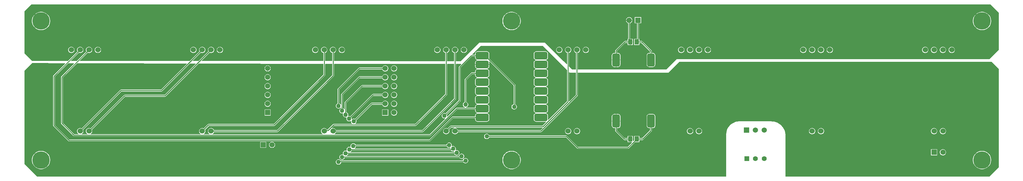
<source format=gbl>
G04*
G04 #@! TF.GenerationSoftware,Altium Limited,Altium Designer,22.0.2 (36)*
G04*
G04 Layer_Physical_Order=2*
G04 Layer_Color=16711680*
%FSLAX25Y25*%
%MOIN*%
G70*
G04*
G04 #@! TF.SameCoordinates,9B93A529-F559-49E1-94B7-FA4AAFEA3FC9*
G04*
G04*
G04 #@! TF.FilePolarity,Positive*
G04*
G01*
G75*
%ADD10C,0.01000*%
%ADD11R,0.06102X0.06102*%
%ADD12C,0.06102*%
%ADD19C,0.05512*%
%ADD20R,0.05512X0.05512*%
%ADD22C,0.06000*%
%ADD23C,0.19685*%
%ADD24R,0.05906X0.05906*%
%ADD25C,0.05906*%
%ADD26R,0.05906X0.05906*%
G04:AMPARAMS|DCode=27|XSize=149.61mil|YSize=86.61mil|CornerRadius=21.65mil|HoleSize=0mil|Usage=FLASHONLY|Rotation=90.000|XOffset=0mil|YOffset=0mil|HoleType=Round|Shape=RoundedRectangle|*
%AMROUNDEDRECTD27*
21,1,0.14961,0.04331,0,0,90.0*
21,1,0.10630,0.08661,0,0,90.0*
1,1,0.04331,0.02165,0.05315*
1,1,0.04331,0.02165,-0.05315*
1,1,0.04331,-0.02165,-0.05315*
1,1,0.04331,-0.02165,0.05315*
%
%ADD27ROUNDEDRECTD27*%
G04:AMPARAMS|DCode=28|XSize=149.61mil|YSize=86.61mil|CornerRadius=21.65mil|HoleSize=0mil|Usage=FLASHONLY|Rotation=180.000|XOffset=0mil|YOffset=0mil|HoleType=Round|Shape=RoundedRectangle|*
%AMROUNDEDRECTD28*
21,1,0.14961,0.04331,0,0,180.0*
21,1,0.10630,0.08661,0,0,180.0*
1,1,0.04331,-0.05315,0.02165*
1,1,0.04331,0.05315,0.02165*
1,1,0.04331,0.05315,-0.02165*
1,1,0.04331,-0.05315,-0.02165*
%
%ADD28ROUNDEDRECTD28*%
%ADD29C,0.05000*%
%ADD30R,0.05118X0.05906*%
G36*
X549417Y89083D02*
X550378Y88122D01*
Y46008D01*
X539928Y35557D01*
X186678D01*
X174928Y23808D01*
X74917D01*
Y42650D01*
X75249Y42739D01*
X76047Y43199D01*
X76698Y43851D01*
X77159Y44649D01*
X77398Y45539D01*
Y46461D01*
X77159Y47351D01*
X76698Y48149D01*
X76047Y48801D01*
X75249Y49262D01*
X74358Y49500D01*
X73437D01*
X72547Y49262D01*
X71749Y48801D01*
X71097Y48149D01*
X70636Y47351D01*
X70398Y46461D01*
Y45539D01*
X70636Y44649D01*
X71097Y43851D01*
X71749Y43199D01*
X72547Y42739D01*
X72878Y42650D01*
Y23808D01*
X68428D01*
X64917Y27318D01*
Y42650D01*
X65249Y42739D01*
X66047Y43199D01*
X66698Y43851D01*
X67159Y44649D01*
X67398Y45539D01*
Y46461D01*
X67159Y47351D01*
X66698Y48149D01*
X66047Y48801D01*
X65249Y49262D01*
X64358Y49500D01*
X63437D01*
X62547Y49262D01*
X61749Y48801D01*
X61097Y48149D01*
X60636Y47351D01*
X60398Y46461D01*
Y45539D01*
X60636Y44649D01*
X61097Y43851D01*
X61749Y43199D01*
X62547Y42739D01*
X62878Y42650D01*
Y30011D01*
X62416Y29819D01*
X58924Y33311D01*
X37928Y54308D01*
X-36572Y54308D01*
X-57572Y33307D01*
X-62878Y33309D01*
Y42650D01*
X-62547Y42739D01*
X-61749Y43199D01*
X-61097Y43851D01*
X-60636Y44649D01*
X-60398Y45539D01*
Y46461D01*
X-60636Y47351D01*
X-61097Y48149D01*
X-61749Y48801D01*
X-62547Y49262D01*
X-63437Y49500D01*
X-64358D01*
X-65249Y49262D01*
X-66047Y48801D01*
X-66698Y48149D01*
X-67159Y47351D01*
X-67398Y46461D01*
Y45539D01*
X-67159Y44649D01*
X-66698Y43851D01*
X-66047Y43199D01*
X-65249Y42739D01*
X-64917Y42650D01*
Y33663D01*
X-65271Y33309D01*
X-67625Y33310D01*
X-72878Y33311D01*
Y42650D01*
X-72547Y42739D01*
X-71749Y43199D01*
X-71097Y43851D01*
X-70636Y44649D01*
X-70398Y45539D01*
Y46461D01*
X-70636Y47351D01*
X-71097Y48149D01*
X-71749Y48801D01*
X-72547Y49262D01*
X-73437Y49500D01*
X-74358D01*
X-75249Y49262D01*
X-76047Y48801D01*
X-76698Y48149D01*
X-77159Y47351D01*
X-77398Y46461D01*
Y45539D01*
X-77159Y44649D01*
X-76698Y43851D01*
X-76047Y43199D01*
X-75249Y42739D01*
X-74917Y42650D01*
Y33665D01*
X-75271Y33312D01*
X-198593Y33339D01*
X-200673Y33340D01*
Y42650D01*
X-200342Y42739D01*
X-199544Y43199D01*
X-198892Y43851D01*
X-198431Y44649D01*
X-198193Y45539D01*
Y46461D01*
X-198431Y47351D01*
X-198892Y48149D01*
X-199544Y48801D01*
X-200342Y49262D01*
X-201232Y49500D01*
X-202154D01*
X-203044Y49262D01*
X-203842Y48801D01*
X-204494Y48149D01*
X-204954Y47351D01*
X-205193Y46461D01*
Y45539D01*
X-204954Y44649D01*
X-204494Y43851D01*
X-203842Y43199D01*
X-203044Y42739D01*
X-202712Y42650D01*
Y33694D01*
X-203066Y33340D01*
X-204520Y33341D01*
X-210673Y33342D01*
Y42650D01*
X-210342Y42739D01*
X-209544Y43199D01*
X-208892Y43851D01*
X-208431Y44649D01*
X-208193Y45539D01*
Y46461D01*
X-208431Y47351D01*
X-208892Y48149D01*
X-209544Y48801D01*
X-210342Y49262D01*
X-211232Y49500D01*
X-212154D01*
X-213044Y49262D01*
X-213842Y48801D01*
X-214494Y48149D01*
X-214954Y47351D01*
X-215193Y46461D01*
Y45539D01*
X-214954Y44649D01*
X-214494Y43851D01*
X-213842Y43199D01*
X-213044Y42739D01*
X-212713Y42650D01*
Y33696D01*
X-213066Y33343D01*
X-262025Y33354D01*
X-350020Y33373D01*
X-350211Y33835D01*
X-341136Y42910D01*
X-340839Y42739D01*
X-339949Y42500D01*
X-339027D01*
X-338137Y42739D01*
X-337339Y43199D01*
X-336687Y43851D01*
X-336227Y44649D01*
X-335988Y45539D01*
Y46461D01*
X-336227Y47351D01*
X-336687Y48149D01*
X-337339Y48801D01*
X-338137Y49262D01*
X-339027Y49500D01*
X-339949D01*
X-340839Y49262D01*
X-341637Y48801D01*
X-342289Y48149D01*
X-342750Y47351D01*
X-342988Y46461D01*
Y45539D01*
X-342750Y44649D01*
X-342578Y44352D01*
X-353556Y33374D01*
X-360017Y33376D01*
X-360209Y33838D01*
X-351136Y42910D01*
X-350839Y42739D01*
X-349949Y42500D01*
X-349027D01*
X-348137Y42739D01*
X-347339Y43199D01*
X-346688Y43851D01*
X-346227Y44649D01*
X-345988Y45539D01*
Y46461D01*
X-346227Y47351D01*
X-346688Y48149D01*
X-347339Y48801D01*
X-348137Y49262D01*
X-349027Y49500D01*
X-349949D01*
X-350839Y49262D01*
X-351637Y48801D01*
X-352289Y48149D01*
X-352750Y47351D01*
X-352988Y46461D01*
Y45539D01*
X-352750Y44649D01*
X-352578Y44352D01*
X-363554Y33377D01*
X-408480Y33387D01*
X-487784Y33405D01*
X-487975Y33867D01*
X-478932Y42910D01*
X-478634Y42739D01*
X-477744Y42500D01*
X-476823D01*
X-475933Y42739D01*
X-475134Y43199D01*
X-474483Y43851D01*
X-474022Y44649D01*
X-473783Y45539D01*
Y46461D01*
X-474022Y47351D01*
X-474483Y48149D01*
X-475134Y48801D01*
X-475933Y49262D01*
X-476823Y49500D01*
X-477744D01*
X-478634Y49262D01*
X-479432Y48801D01*
X-480084Y48149D01*
X-480545Y47351D01*
X-480784Y46461D01*
Y45539D01*
X-480545Y44649D01*
X-480373Y44352D01*
X-491320Y33405D01*
X-497782Y33407D01*
X-497973Y33869D01*
X-488932Y42910D01*
X-488634Y42739D01*
X-487744Y42500D01*
X-486823D01*
X-485932Y42739D01*
X-485134Y43199D01*
X-484483Y43851D01*
X-484022Y44649D01*
X-483783Y45539D01*
Y46461D01*
X-484022Y47351D01*
X-484483Y48149D01*
X-485134Y48801D01*
X-485932Y49262D01*
X-486823Y49500D01*
X-487744D01*
X-488634Y49262D01*
X-489432Y48801D01*
X-490084Y48149D01*
X-490545Y47351D01*
X-490784Y46461D01*
Y45539D01*
X-490545Y44649D01*
X-490373Y44352D01*
X-501318Y33408D01*
X-541572Y33417D01*
X-550378Y42223D01*
Y89680D01*
X-542273Y97622D01*
X540878D01*
X549417Y89083D01*
D02*
G37*
G36*
X-74917Y30036D02*
Y-3975D01*
X-108922Y-37980D01*
X-176499D01*
X-176633Y-37480D01*
X-176494Y-37401D01*
X-175936Y-36842D01*
X-175541Y-36158D01*
X-175336Y-35395D01*
Y-34605D01*
X-175541Y-33842D01*
X-175612Y-33718D01*
X-157914Y-16020D01*
X-146097D01*
X-146013Y-16333D01*
X-145558Y-17120D01*
X-144915Y-17763D01*
X-144128Y-18217D01*
X-143250Y-18453D01*
X-142341D01*
X-141463Y-18217D01*
X-140675Y-17763D01*
X-140032Y-17120D01*
X-139578Y-16333D01*
X-139343Y-15455D01*
Y-14545D01*
X-139578Y-13667D01*
X-140032Y-12880D01*
X-140675Y-12237D01*
X-141463Y-11783D01*
X-142341Y-11547D01*
X-143250D01*
X-144128Y-11783D01*
X-144915Y-12237D01*
X-145558Y-12880D01*
X-146013Y-13667D01*
X-146097Y-13980D01*
X-158336D01*
X-158727Y-14058D01*
X-159057Y-14279D01*
X-177054Y-32276D01*
X-177179Y-32204D01*
X-177942Y-32000D01*
X-178731D01*
X-179494Y-32204D01*
X-180029Y-32513D01*
X-180252Y-32431D01*
X-180440Y-32301D01*
X-180500Y-32233D01*
Y-31549D01*
X-180704Y-30786D01*
X-180776Y-30662D01*
X-156133Y-6020D01*
X-146097D01*
X-146013Y-6333D01*
X-145558Y-7120D01*
X-144915Y-7763D01*
X-144128Y-8217D01*
X-143250Y-8453D01*
X-142341D01*
X-141463Y-8217D01*
X-140675Y-7763D01*
X-140032Y-7120D01*
X-139578Y-6333D01*
X-139343Y-5455D01*
Y-4545D01*
X-139578Y-3667D01*
X-140032Y-2880D01*
X-140675Y-2237D01*
X-141463Y-1783D01*
X-142341Y-1547D01*
X-143250D01*
X-144128Y-1783D01*
X-144915Y-2237D01*
X-145558Y-2880D01*
X-146013Y-3667D01*
X-146097Y-3980D01*
X-156556D01*
X-156946Y-4058D01*
X-157277Y-4279D01*
X-182218Y-29220D01*
X-182342Y-29149D01*
X-183105Y-28944D01*
X-183895D01*
X-184384Y-29075D01*
X-184714Y-28646D01*
X-184704Y-28630D01*
X-184500Y-27867D01*
Y-27077D01*
X-184704Y-26314D01*
X-185099Y-25630D01*
X-185658Y-25071D01*
X-186342Y-24677D01*
X-186480Y-24640D01*
Y-13922D01*
X-168578Y3980D01*
X-146097D01*
X-146013Y3667D01*
X-145558Y2880D01*
X-144915Y2237D01*
X-144128Y1783D01*
X-143250Y1547D01*
X-142341D01*
X-141463Y1783D01*
X-140675Y2237D01*
X-140032Y2880D01*
X-139578Y3667D01*
X-139343Y4545D01*
Y5455D01*
X-139578Y6333D01*
X-140032Y7120D01*
X-140675Y7763D01*
X-141463Y8217D01*
X-142341Y8453D01*
X-143250D01*
X-144128Y8217D01*
X-144915Y7763D01*
X-145558Y7120D01*
X-146013Y6333D01*
X-146097Y6020D01*
X-169000D01*
X-169390Y5942D01*
X-169721Y5721D01*
X-188221Y-12779D01*
X-188442Y-13110D01*
X-188520Y-13500D01*
Y-21162D01*
X-189020Y-21296D01*
X-189099Y-21158D01*
X-189658Y-20599D01*
X-190342Y-20204D01*
X-190480Y-20167D01*
Y-4922D01*
X-171578Y13980D01*
X-146097D01*
X-146013Y13667D01*
X-145558Y12880D01*
X-144915Y12237D01*
X-144128Y11783D01*
X-143250Y11547D01*
X-142341D01*
X-141463Y11783D01*
X-140675Y12237D01*
X-140032Y12880D01*
X-139578Y13667D01*
X-139343Y14546D01*
Y15455D01*
X-139578Y16333D01*
X-140032Y17120D01*
X-140675Y17763D01*
X-141463Y18217D01*
X-142341Y18453D01*
X-143250D01*
X-144128Y18217D01*
X-144915Y17763D01*
X-145558Y17120D01*
X-146013Y16333D01*
X-146097Y16020D01*
X-172000D01*
X-172390Y15942D01*
X-172721Y15721D01*
X-192221Y-3779D01*
X-192442Y-4110D01*
X-192520Y-4500D01*
Y-15662D01*
X-193020Y-15796D01*
X-193099Y-15658D01*
X-193658Y-15099D01*
X-194342Y-14704D01*
X-194480Y-14667D01*
Y1078D01*
X-171578Y23980D01*
X-146097D01*
X-146013Y23667D01*
X-145558Y22880D01*
X-144915Y22237D01*
X-144128Y21783D01*
X-143250Y21547D01*
X-142341D01*
X-141463Y21783D01*
X-140675Y22237D01*
X-140032Y22880D01*
X-139578Y23667D01*
X-139343Y24545D01*
Y25455D01*
X-139578Y26333D01*
X-140032Y27120D01*
X-140675Y27763D01*
X-141463Y28218D01*
X-142341Y28453D01*
X-143250D01*
X-144128Y28218D01*
X-144915Y27763D01*
X-145558Y27120D01*
X-146013Y26333D01*
X-146097Y26020D01*
X-172000D01*
X-172390Y25942D01*
X-172721Y25721D01*
X-196221Y2221D01*
X-196442Y1890D01*
X-196520Y1500D01*
Y-14667D01*
X-196658Y-14704D01*
X-197342Y-15099D01*
X-197901Y-15658D01*
X-198296Y-16342D01*
X-198500Y-17105D01*
Y-17895D01*
X-198296Y-18658D01*
X-197901Y-19342D01*
X-197342Y-19901D01*
X-196658Y-20296D01*
X-195895Y-20500D01*
X-195105D01*
X-194342Y-20296D01*
X-193658Y-19901D01*
X-193099Y-19342D01*
X-193020Y-19204D01*
X-192520Y-19338D01*
Y-20167D01*
X-192658Y-20204D01*
X-193342Y-20599D01*
X-193901Y-21158D01*
X-194296Y-21842D01*
X-194500Y-22605D01*
Y-23395D01*
X-194296Y-24158D01*
X-193901Y-24842D01*
X-193342Y-25401D01*
X-192658Y-25796D01*
X-191895Y-26000D01*
X-191105D01*
X-190616Y-25869D01*
X-190286Y-26298D01*
X-190296Y-26314D01*
X-190500Y-27077D01*
Y-27867D01*
X-190296Y-28630D01*
X-189901Y-29314D01*
X-189342Y-29873D01*
X-188658Y-30268D01*
X-187895Y-30472D01*
X-187105D01*
X-186616Y-30341D01*
X-186286Y-30770D01*
X-186296Y-30786D01*
X-186500Y-31549D01*
Y-32339D01*
X-186296Y-33102D01*
X-185901Y-33786D01*
X-185342Y-34345D01*
X-184658Y-34740D01*
X-183895Y-34944D01*
X-183105D01*
X-182342Y-34740D01*
X-181807Y-34431D01*
X-181584Y-34514D01*
X-181396Y-34643D01*
X-181336Y-34712D01*
Y-35395D01*
X-181132Y-36158D01*
X-180737Y-36842D01*
X-180178Y-37401D01*
X-180040Y-37480D01*
X-180174Y-37980D01*
X-201057D01*
X-201447Y-38058D01*
X-201778Y-38279D01*
X-207615Y-44116D01*
X-208739D01*
X-208892Y-43851D01*
X-209544Y-43199D01*
X-210342Y-42739D01*
X-211232Y-42500D01*
X-212154D01*
X-213044Y-42739D01*
X-213842Y-43199D01*
X-214494Y-43851D01*
X-214954Y-44649D01*
X-215193Y-45539D01*
Y-46461D01*
X-214954Y-47351D01*
X-214494Y-48149D01*
X-213842Y-48801D01*
X-213531Y-48980D01*
X-213665Y-49480D01*
X-337516D01*
X-337650Y-48980D01*
X-337339Y-48801D01*
X-336687Y-48149D01*
X-336227Y-47351D01*
X-336138Y-47020D01*
X-264500D01*
X-264110Y-46942D01*
X-263779Y-46721D01*
X-200972Y16086D01*
X-200751Y16417D01*
X-200673Y16807D01*
Y29943D01*
X-200319Y30296D01*
X-74917Y30036D01*
D02*
G37*
G36*
X66000Y20000D02*
X72878D01*
Y-4822D01*
X65417Y-12283D01*
X64917Y-12076D01*
Y20429D01*
X65379Y20621D01*
X66000Y20000D01*
D02*
G37*
G36*
X-41153Y17335D02*
X-41061Y16639D01*
X-40793Y15991D01*
X-40365Y15434D01*
X-39809Y15007D01*
X-39213Y14760D01*
X-39160Y14599D01*
Y14401D01*
X-39213Y14241D01*
X-39809Y13994D01*
X-40365Y13566D01*
X-40793Y13010D01*
X-41061Y12361D01*
X-41153Y11665D01*
Y7335D01*
X-41061Y6639D01*
X-40793Y5991D01*
X-40365Y5434D01*
X-39809Y5006D01*
X-39213Y4760D01*
X-39160Y4599D01*
Y4401D01*
X-39213Y4241D01*
X-39809Y3994D01*
X-40365Y3566D01*
X-40793Y3009D01*
X-41061Y2361D01*
X-41153Y1665D01*
Y-2665D01*
X-41061Y-3361D01*
X-40793Y-4010D01*
X-40365Y-4566D01*
X-39809Y-4993D01*
X-39213Y-5240D01*
X-39160Y-5401D01*
Y-5599D01*
X-39213Y-5759D01*
X-39809Y-6007D01*
X-40365Y-6434D01*
X-40793Y-6990D01*
X-41061Y-7639D01*
X-41153Y-8335D01*
Y-12665D01*
X-41061Y-13361D01*
X-40793Y-14009D01*
X-40365Y-14566D01*
X-39809Y-14994D01*
X-39213Y-15240D01*
X-39160Y-15401D01*
Y-15599D01*
X-39213Y-15759D01*
X-39809Y-16006D01*
X-40365Y-16434D01*
X-40793Y-16991D01*
X-41061Y-17639D01*
X-41153Y-18335D01*
Y-19480D01*
X-51466D01*
X-51532Y-18980D01*
X-50842Y-18796D01*
X-50158Y-18401D01*
X-49599Y-17842D01*
X-49204Y-17158D01*
X-49000Y-16395D01*
Y-15605D01*
X-49204Y-14842D01*
X-49599Y-14158D01*
X-50158Y-13599D01*
X-50842Y-13204D01*
X-50980Y-13167D01*
Y12078D01*
X-44578Y18480D01*
X-41153D01*
Y17335D01*
D02*
G37*
G36*
X-59358Y30004D02*
X-57096Y29999D01*
X-56905Y29537D01*
X-59221Y27221D01*
X-59442Y26890D01*
X-59520Y26500D01*
Y-10921D01*
X-74546Y-25948D01*
X-74670Y-25876D01*
X-75433Y-25672D01*
X-76223D01*
X-76986Y-25876D01*
X-77671Y-26271D01*
X-78229Y-26829D01*
X-78624Y-27514D01*
X-78828Y-28277D01*
Y-29067D01*
X-78624Y-29829D01*
X-78229Y-30514D01*
X-77671Y-31072D01*
X-76986Y-31467D01*
X-76223Y-31672D01*
X-75433D01*
X-75279Y-31630D01*
X-75020Y-32079D01*
X-92422Y-49480D01*
X-199721D01*
X-199855Y-48980D01*
X-199544Y-48801D01*
X-198892Y-48149D01*
X-198431Y-47351D01*
X-198343Y-47020D01*
X-100500D01*
X-100110Y-46942D01*
X-99779Y-46721D01*
X-63177Y-10119D01*
X-62956Y-9788D01*
X-62878Y-9398D01*
Y29657D01*
X-62524Y30010D01*
X-59358Y30004D01*
D02*
G37*
G36*
X35500Y50500D02*
X62878Y23122D01*
Y-11994D01*
X41574Y-33298D01*
X41100Y-33064D01*
X41153Y-32665D01*
Y-28335D01*
X41061Y-27639D01*
X40793Y-26991D01*
X40365Y-26434D01*
X39809Y-26006D01*
X39213Y-25760D01*
X39160Y-25599D01*
Y-25401D01*
X39213Y-25240D01*
X39809Y-24994D01*
X40365Y-24566D01*
X40793Y-24010D01*
X41061Y-23361D01*
X41153Y-22665D01*
Y-18335D01*
X41061Y-17639D01*
X40793Y-16991D01*
X40365Y-16434D01*
X39809Y-16006D01*
X39213Y-15759D01*
X39160Y-15599D01*
Y-15401D01*
X39213Y-15240D01*
X39809Y-14994D01*
X40365Y-14566D01*
X40793Y-14009D01*
X41061Y-13361D01*
X41153Y-12665D01*
Y-8335D01*
X41061Y-7639D01*
X40793Y-6990D01*
X40365Y-6434D01*
X39809Y-6007D01*
X39213Y-5759D01*
X39160Y-5599D01*
Y-5401D01*
X39213Y-5240D01*
X39809Y-4993D01*
X40365Y-4566D01*
X40793Y-4010D01*
X41061Y-3361D01*
X41153Y-2665D01*
Y1665D01*
X41061Y2361D01*
X40793Y3009D01*
X40365Y3566D01*
X39809Y3994D01*
X39213Y4241D01*
X39160Y4401D01*
Y4599D01*
X39213Y4760D01*
X39809Y5006D01*
X40365Y5434D01*
X40793Y5991D01*
X41061Y6639D01*
X41153Y7335D01*
Y11665D01*
X41061Y12361D01*
X40793Y13010D01*
X40365Y13566D01*
X39809Y13994D01*
X39213Y14241D01*
X39160Y14401D01*
Y14599D01*
X39213Y14760D01*
X39809Y15007D01*
X40365Y15434D01*
X40793Y15991D01*
X41061Y16639D01*
X41153Y17335D01*
Y21665D01*
X41061Y22361D01*
X40793Y23009D01*
X40365Y23566D01*
X39809Y23993D01*
X39213Y24240D01*
X39160Y24401D01*
Y24599D01*
X39213Y24759D01*
X39809Y25006D01*
X40365Y25434D01*
X40793Y25991D01*
X41061Y26639D01*
X41153Y27335D01*
Y31665D01*
X41061Y32361D01*
X40793Y33009D01*
X40365Y33566D01*
X39809Y33994D01*
X39213Y34240D01*
X39160Y34401D01*
Y34599D01*
X39213Y34760D01*
X39809Y35006D01*
X40365Y35434D01*
X40793Y35991D01*
X41061Y36639D01*
X41153Y37335D01*
Y41665D01*
X41061Y42361D01*
X40793Y43009D01*
X40365Y43566D01*
X39809Y43993D01*
X39160Y44262D01*
X38465Y44354D01*
X27835D01*
X27139Y44262D01*
X26491Y43993D01*
X25934Y43566D01*
X25506Y43009D01*
X25238Y42361D01*
X25146Y41665D01*
Y37335D01*
X25238Y36639D01*
X25506Y35991D01*
X25934Y35434D01*
X26491Y35006D01*
X27087Y34760D01*
X27139Y34599D01*
Y34401D01*
X27087Y34240D01*
X26491Y33994D01*
X25934Y33566D01*
X25506Y33009D01*
X25238Y32361D01*
X25146Y31665D01*
Y27335D01*
X25238Y26639D01*
X25506Y25991D01*
X25934Y25434D01*
X26491Y25006D01*
X27087Y24759D01*
X27139Y24599D01*
Y24401D01*
X27087Y24240D01*
X26491Y23993D01*
X25934Y23566D01*
X25506Y23009D01*
X25238Y22361D01*
X25146Y21665D01*
Y17335D01*
X25238Y16639D01*
X25506Y15991D01*
X25934Y15434D01*
X26491Y15007D01*
X27087Y14760D01*
X27139Y14599D01*
Y14401D01*
X27087Y14241D01*
X26491Y13994D01*
X25934Y13566D01*
X25506Y13010D01*
X25238Y12361D01*
X25146Y11665D01*
Y7335D01*
X25238Y6639D01*
X25506Y5991D01*
X25934Y5434D01*
X26491Y5006D01*
X27087Y4760D01*
X27139Y4599D01*
Y4401D01*
X27087Y4241D01*
X26491Y3994D01*
X25934Y3566D01*
X25506Y3009D01*
X25238Y2361D01*
X25146Y1665D01*
Y-2665D01*
X25238Y-3361D01*
X25506Y-4010D01*
X25934Y-4566D01*
X26491Y-4993D01*
X27087Y-5240D01*
X27139Y-5401D01*
Y-5599D01*
X27087Y-5759D01*
X26491Y-6007D01*
X25934Y-6434D01*
X25506Y-6990D01*
X25238Y-7639D01*
X25146Y-8335D01*
Y-12665D01*
X25238Y-13361D01*
X25506Y-14009D01*
X25934Y-14566D01*
X26491Y-14994D01*
X27087Y-15240D01*
X27139Y-15401D01*
Y-15599D01*
X27087Y-15759D01*
X26491Y-16006D01*
X25934Y-16434D01*
X25506Y-16991D01*
X25238Y-17639D01*
X25146Y-18335D01*
Y-22665D01*
X25238Y-23361D01*
X25506Y-24010D01*
X25934Y-24566D01*
X26491Y-24994D01*
X27087Y-25240D01*
X27139Y-25401D01*
Y-25599D01*
X27087Y-25760D01*
X26491Y-26006D01*
X25934Y-26434D01*
X25506Y-26991D01*
X25238Y-27639D01*
X25146Y-28335D01*
Y-32665D01*
X25238Y-33361D01*
X25506Y-34010D01*
X25934Y-34566D01*
X26491Y-34993D01*
X27139Y-35262D01*
X27835Y-35354D01*
X38465D01*
X38863Y-35301D01*
X39097Y-35775D01*
X34891Y-39980D01*
X-68898D01*
X-69288Y-40058D01*
X-69619Y-40279D01*
X-72250Y-42910D01*
X-72547Y-42739D01*
X-73437Y-42500D01*
X-74358D01*
X-75249Y-42739D01*
X-76047Y-43199D01*
X-76698Y-43851D01*
X-77159Y-44649D01*
X-77398Y-45539D01*
Y-46461D01*
X-77159Y-47351D01*
X-76698Y-48149D01*
X-76047Y-48801D01*
X-75249Y-49262D01*
X-74358Y-49500D01*
X-73437D01*
X-72547Y-49262D01*
X-71749Y-48801D01*
X-71097Y-48149D01*
X-70636Y-47351D01*
X-70398Y-46461D01*
Y-45539D01*
X-70636Y-44649D01*
X-70808Y-44352D01*
X-68475Y-42020D01*
X-64497D01*
X-64432Y-42520D01*
X-65249Y-42739D01*
X-66047Y-43199D01*
X-66698Y-43851D01*
X-67159Y-44649D01*
X-67398Y-45539D01*
Y-46461D01*
X-67159Y-47351D01*
X-66698Y-48149D01*
X-66047Y-48801D01*
X-65249Y-49262D01*
X-64358Y-49500D01*
X-63437D01*
X-62547Y-49262D01*
X-61749Y-48801D01*
X-61097Y-48149D01*
X-60636Y-47351D01*
X-60547Y-47020D01*
X33142D01*
X33532Y-46942D01*
X33863Y-46721D01*
X74619Y-5965D01*
X74840Y-5635D01*
X74917Y-5244D01*
Y20000D01*
X177000Y20000D01*
X189502Y32502D01*
X542495D01*
X550378Y24619D01*
Y-87122D01*
X539878Y-97622D01*
X309498D01*
Y-51002D01*
X309499D01*
X309498Y-51002D01*
X309464Y-49955D01*
X309191Y-47880D01*
X308649Y-45858D01*
X307849Y-43925D01*
X306802Y-42112D01*
X305528Y-40452D01*
X304048Y-38972D01*
X302388Y-37698D01*
X300575Y-36652D01*
X298641Y-35851D01*
X296620Y-35309D01*
X294545Y-35036D01*
X293498Y-35002D01*
X257998Y-35002D01*
X257998Y-35002D01*
X256970Y-34985D01*
X254921Y-35167D01*
X252918Y-35632D01*
X250998Y-36370D01*
X249200Y-37368D01*
X247558Y-38606D01*
X246103Y-40061D01*
X244865Y-41703D01*
X243867Y-43501D01*
X243129Y-45421D01*
X242664Y-47424D01*
X242482Y-49473D01*
X242498Y-50502D01*
Y-97622D01*
X-535881D01*
X-550378Y-83125D01*
Y22122D01*
X-541496Y31004D01*
X-504451Y30927D01*
X-504260Y30465D01*
X-517721Y17004D01*
X-517942Y16674D01*
X-518020Y16284D01*
Y-39500D01*
X-517942Y-39890D01*
X-517721Y-40221D01*
X-500721Y-57221D01*
X-500390Y-57442D01*
X-500000Y-57520D01*
X-92500D01*
X-92110Y-57442D01*
X-91779Y-57221D01*
X-66078Y-31520D01*
X-41153D01*
Y-32665D01*
X-41061Y-33361D01*
X-40793Y-34010D01*
X-40365Y-34566D01*
X-39809Y-34993D01*
X-39160Y-35262D01*
X-38465Y-35354D01*
X-27835D01*
X-27139Y-35262D01*
X-26491Y-34993D01*
X-25934Y-34566D01*
X-25506Y-34010D01*
X-25238Y-33361D01*
X-25146Y-32665D01*
Y-28335D01*
X-25238Y-27639D01*
X-25506Y-26991D01*
X-25934Y-26434D01*
X-26491Y-26006D01*
X-27087Y-25760D01*
X-27139Y-25599D01*
Y-25401D01*
X-27087Y-25240D01*
X-26491Y-24994D01*
X-25934Y-24566D01*
X-25506Y-24010D01*
X-25238Y-23361D01*
X-25146Y-22665D01*
Y-18335D01*
X-25238Y-17639D01*
X-25506Y-16991D01*
X-25934Y-16434D01*
X-26491Y-16006D01*
X-27087Y-15759D01*
X-27139Y-15599D01*
Y-15401D01*
X-27087Y-15240D01*
X-26491Y-14994D01*
X-25934Y-14566D01*
X-25506Y-14009D01*
X-25238Y-13361D01*
X-25146Y-12665D01*
Y-8335D01*
X-25238Y-7639D01*
X-25506Y-6990D01*
X-25934Y-6434D01*
X-26491Y-6007D01*
X-27087Y-5759D01*
X-27139Y-5599D01*
Y-5401D01*
X-27087Y-5240D01*
X-26491Y-4993D01*
X-25934Y-4566D01*
X-25506Y-4010D01*
X-25238Y-3361D01*
X-25146Y-2665D01*
Y1665D01*
X-25238Y2361D01*
X-25506Y3009D01*
X-25934Y3566D01*
X-26491Y3994D01*
X-27087Y4241D01*
X-27139Y4401D01*
Y4599D01*
X-27087Y4760D01*
X-26491Y5006D01*
X-25934Y5434D01*
X-25506Y5991D01*
X-25238Y6639D01*
X-25146Y7335D01*
Y11665D01*
X-25238Y12361D01*
X-25506Y13010D01*
X-25934Y13566D01*
X-26491Y13994D01*
X-27087Y14241D01*
X-27139Y14401D01*
Y14599D01*
X-27087Y14760D01*
X-26491Y15007D01*
X-25934Y15434D01*
X-25506Y15991D01*
X-25238Y16639D01*
X-25146Y17335D01*
Y21665D01*
X-25238Y22361D01*
X-25506Y23009D01*
X-25934Y23566D01*
X-26491Y23993D01*
X-27087Y24240D01*
X-27139Y24401D01*
Y24599D01*
X-27087Y24759D01*
X-26491Y25006D01*
X-25934Y25434D01*
X-25506Y25991D01*
X-25238Y26639D01*
X-25146Y27335D01*
Y29250D01*
X-41153D01*
Y27335D01*
X-41061Y26639D01*
X-40793Y25991D01*
X-40365Y25434D01*
X-39809Y25006D01*
X-39213Y24759D01*
X-39160Y24599D01*
Y24401D01*
X-39213Y24240D01*
X-39809Y23993D01*
X-40365Y23566D01*
X-40793Y23009D01*
X-41061Y22361D01*
X-41153Y21665D01*
Y20520D01*
X-45000D01*
X-45390Y20442D01*
X-45721Y20221D01*
X-52721Y13221D01*
X-52942Y12890D01*
X-53020Y12500D01*
Y-13167D01*
X-53158Y-13204D01*
X-53842Y-13599D01*
X-54401Y-14158D01*
X-54796Y-14842D01*
X-55000Y-15605D01*
Y-16395D01*
X-54796Y-17158D01*
X-54401Y-17842D01*
X-53842Y-18401D01*
X-53158Y-18796D01*
X-52468Y-18980D01*
X-52534Y-19480D01*
X-62000D01*
X-62390Y-19558D01*
X-62721Y-19779D01*
X-72421Y-29480D01*
X-72870Y-29221D01*
X-72828Y-29067D01*
Y-28277D01*
X-73033Y-27514D01*
X-73105Y-27390D01*
X-57779Y-12064D01*
X-57558Y-11733D01*
X-57480Y-11343D01*
Y26078D01*
X-45078Y38480D01*
X-41153D01*
Y37335D01*
X-41061Y36639D01*
X-40793Y35991D01*
X-40365Y35434D01*
X-39809Y35006D01*
X-39213Y34760D01*
X-39160Y34599D01*
Y34401D01*
X-39213Y34240D01*
X-39809Y33994D01*
X-40365Y33566D01*
X-40793Y33009D01*
X-41061Y32361D01*
X-41153Y31665D01*
Y29750D01*
X-25146D01*
Y31665D01*
X-25238Y32361D01*
X-25399Y32750D01*
X-24975Y33033D01*
X2480Y5578D01*
Y-15533D01*
X1842Y-15704D01*
X1158Y-16099D01*
X599Y-16658D01*
X204Y-17342D01*
X0Y-18105D01*
Y-18895D01*
X204Y-19658D01*
X599Y-20342D01*
X1158Y-20901D01*
X1842Y-21296D01*
X2605Y-21500D01*
X3395D01*
X4158Y-21296D01*
X4842Y-20901D01*
X5401Y-20342D01*
X5796Y-19658D01*
X6000Y-18895D01*
Y-18105D01*
X5796Y-17342D01*
X5401Y-16658D01*
X4842Y-16099D01*
X4520Y-15913D01*
Y6000D01*
X4442Y6390D01*
X4221Y6721D01*
X-25372Y36314D01*
X-25238Y36639D01*
X-25146Y37335D01*
Y41665D01*
X-25238Y42361D01*
X-25506Y43009D01*
X-25934Y43566D01*
X-26491Y43993D01*
X-27139Y44262D01*
X-27835Y44354D01*
X-38465D01*
X-39160Y44262D01*
X-39809Y43993D01*
X-40365Y43566D01*
X-40793Y43009D01*
X-41061Y42361D01*
X-41153Y41665D01*
Y40520D01*
X-44327D01*
X-44519Y40982D01*
X-35000Y50500D01*
X35500Y50500D01*
D02*
G37*
G36*
X-212713Y30322D02*
Y18012D01*
X-268705Y-37980D01*
X-342488D01*
X-342878Y-38058D01*
X-343209Y-38279D01*
X-347840Y-42910D01*
X-348137Y-42739D01*
X-349027Y-42500D01*
X-349949D01*
X-350839Y-42739D01*
X-351637Y-43199D01*
X-352289Y-43851D01*
X-352750Y-44649D01*
X-352988Y-45539D01*
Y-46461D01*
X-352750Y-47351D01*
X-352289Y-48149D01*
X-351637Y-48801D01*
X-351326Y-48980D01*
X-351460Y-49480D01*
X-475312D01*
X-475446Y-48980D01*
X-475134Y-48801D01*
X-474483Y-48149D01*
X-474022Y-47351D01*
X-473783Y-46461D01*
Y-45539D01*
X-474022Y-44649D01*
X-474193Y-44352D01*
X-436861Y-7020D01*
X-391488D01*
X-391098Y-6942D01*
X-390767Y-6721D01*
X-353432Y30614D01*
X-212713Y30322D01*
D02*
G37*
G36*
X-356962Y30621D02*
X-356771Y30159D01*
X-391911Y-4980D01*
X-437284D01*
X-437674Y-5058D01*
X-438004Y-5279D01*
X-475635Y-42910D01*
X-475933Y-42739D01*
X-476823Y-42500D01*
X-477744D01*
X-478634Y-42739D01*
X-479432Y-43199D01*
X-480084Y-43851D01*
X-480545Y-44649D01*
X-480784Y-45539D01*
Y-46461D01*
X-480545Y-47351D01*
X-480084Y-48149D01*
X-479432Y-48801D01*
X-479121Y-48980D01*
X-479255Y-49480D01*
X-485312D01*
X-485446Y-48980D01*
X-485134Y-48801D01*
X-484483Y-48149D01*
X-484022Y-47351D01*
X-483783Y-46461D01*
Y-45539D01*
X-484022Y-44649D01*
X-484194Y-44352D01*
X-440861Y-1020D01*
X-395488D01*
X-395098Y-942D01*
X-394767Y-721D01*
X-363412Y30635D01*
X-356962Y30621D01*
D02*
G37*
G36*
X-462580Y30840D02*
X-366941Y30642D01*
X-366750Y30180D01*
X-395911Y1020D01*
X-441284D01*
X-441674Y942D01*
X-442004Y721D01*
X-485635Y-42910D01*
X-485932Y-42739D01*
X-486823Y-42500D01*
X-487744D01*
X-488634Y-42739D01*
X-489432Y-43199D01*
X-490084Y-43851D01*
X-490545Y-44649D01*
X-490784Y-45539D01*
Y-46461D01*
X-490545Y-47351D01*
X-490084Y-48149D01*
X-489432Y-48801D01*
X-489121Y-48980D01*
X-489255Y-49480D01*
X-494078D01*
X-506980Y-36578D01*
Y14861D01*
X-490942Y30899D01*
X-462580Y30840D01*
D02*
G37*
G36*
X35180Y-42520D02*
X32720Y-44980D01*
X-60547D01*
X-60636Y-44649D01*
X-61097Y-43851D01*
X-61749Y-43199D01*
X-62547Y-42739D01*
X-63364Y-42520D01*
X-63298Y-42020D01*
X34973D01*
X35180Y-42520D01*
D02*
G37*
G36*
X-64917Y30015D02*
Y-8975D01*
X-100922Y-44980D01*
X-198343D01*
X-198431Y-44649D01*
X-198892Y-43851D01*
X-199544Y-43199D01*
X-200342Y-42739D01*
X-201232Y-42500D01*
X-202154D01*
X-202501Y-42593D01*
X-202760Y-42145D01*
X-200635Y-40020D01*
X-108500D01*
X-108110Y-39942D01*
X-107779Y-39721D01*
X-73177Y-5119D01*
X-72956Y-4788D01*
X-72878Y-4398D01*
Y29678D01*
X-72524Y30031D01*
X-64917Y30015D01*
D02*
G37*
G36*
X-202712Y30301D02*
Y17229D01*
X-264922Y-44980D01*
X-336138D01*
X-336227Y-44649D01*
X-336687Y-43851D01*
X-337339Y-43199D01*
X-338137Y-42739D01*
X-339027Y-42500D01*
X-339949D01*
X-340839Y-42739D01*
X-341637Y-43199D01*
X-342289Y-43851D01*
X-342750Y-44649D01*
X-342988Y-45539D01*
Y-46461D01*
X-342750Y-47351D01*
X-342289Y-48149D01*
X-341637Y-48801D01*
X-341326Y-48980D01*
X-341460Y-49480D01*
X-347516D01*
X-347650Y-48980D01*
X-347339Y-48801D01*
X-346688Y-48149D01*
X-346227Y-47351D01*
X-345988Y-46461D01*
Y-45539D01*
X-346227Y-44649D01*
X-346398Y-44352D01*
X-342066Y-40020D01*
X-268283D01*
X-267893Y-39942D01*
X-267562Y-39721D01*
X-210972Y16869D01*
X-210751Y17200D01*
X-210673Y17590D01*
Y29964D01*
X-210319Y30317D01*
X-202712Y30301D01*
D02*
G37*
G36*
X-494472Y30907D02*
X-494281Y30444D01*
X-508721Y16004D01*
X-508942Y15674D01*
X-509020Y15283D01*
Y-37000D01*
X-508942Y-37390D01*
X-508721Y-37721D01*
X-495221Y-51221D01*
X-494890Y-51442D01*
X-494500Y-51520D01*
X-92000D01*
X-91610Y-51442D01*
X-91279Y-51221D01*
X-61578Y-21520D01*
X-41153D01*
Y-22665D01*
X-41061Y-23361D01*
X-40793Y-24010D01*
X-40365Y-24566D01*
X-39809Y-24994D01*
X-39213Y-25240D01*
X-39160Y-25401D01*
Y-25599D01*
X-39213Y-25760D01*
X-39809Y-26006D01*
X-40365Y-26434D01*
X-40793Y-26991D01*
X-41061Y-27639D01*
X-41153Y-28335D01*
Y-29480D01*
X-66500D01*
X-66890Y-29558D01*
X-67221Y-29779D01*
X-92922Y-55480D01*
X-499578D01*
X-515980Y-39078D01*
Y15861D01*
X-500922Y30920D01*
X-494472Y30907D01*
D02*
G37*
%LPC*%
G36*
X133342Y83118D02*
X133124D01*
Y79817D01*
X136425D01*
Y80035D01*
X136183Y80938D01*
X135716Y81747D01*
X135055Y82409D01*
X134245Y82876D01*
X133342Y83118D01*
D02*
G37*
G36*
X132624D02*
X132406D01*
X131503Y82876D01*
X130693Y82409D01*
X130032Y81747D01*
X129565Y80938D01*
X129323Y80035D01*
Y79817D01*
X132624D01*
Y83118D01*
D02*
G37*
G36*
X532310Y89083D02*
X530682D01*
X529074Y88828D01*
X527526Y88325D01*
X526075Y87586D01*
X524758Y86629D01*
X523607Y85478D01*
X522650Y84161D01*
X521911Y82710D01*
X521408Y81162D01*
X521153Y79554D01*
Y77926D01*
X521408Y76318D01*
X521911Y74770D01*
X522650Y73320D01*
X523607Y72003D01*
X524758Y70851D01*
X526075Y69894D01*
X527526Y69155D01*
X529074Y68652D01*
X530682Y68398D01*
X532310D01*
X533918Y68652D01*
X535466Y69155D01*
X536917Y69894D01*
X538234Y70851D01*
X539385Y72003D01*
X540342Y73320D01*
X541081Y74770D01*
X541584Y76318D01*
X541839Y77926D01*
Y79554D01*
X541584Y81162D01*
X541081Y82710D01*
X540342Y84161D01*
X539385Y85478D01*
X538234Y86629D01*
X536917Y87586D01*
X535466Y88325D01*
X533918Y88828D01*
X532310Y89083D01*
D02*
G37*
G36*
X814D02*
X-814D01*
X-2422Y88828D01*
X-3970Y88325D01*
X-5421Y87586D01*
X-6738Y86629D01*
X-7889Y85478D01*
X-8846Y84161D01*
X-9585Y82710D01*
X-10088Y81162D01*
X-10343Y79554D01*
Y77926D01*
X-10088Y76318D01*
X-9585Y74770D01*
X-8846Y73320D01*
X-7889Y72003D01*
X-6738Y70851D01*
X-5421Y69894D01*
X-3970Y69155D01*
X-2422Y68652D01*
X-814Y68398D01*
X814D01*
X2422Y68652D01*
X3970Y69155D01*
X5421Y69894D01*
X6738Y70851D01*
X7889Y72003D01*
X8846Y73320D01*
X9585Y74770D01*
X10088Y76318D01*
X10343Y77926D01*
Y79554D01*
X10088Y81162D01*
X9585Y82710D01*
X8846Y84161D01*
X7889Y85478D01*
X6738Y86629D01*
X5421Y87586D01*
X3970Y88325D01*
X2422Y88828D01*
X814Y89083D01*
D02*
G37*
G36*
X-530682D02*
X-532310D01*
X-533918Y88828D01*
X-535466Y88325D01*
X-536917Y87586D01*
X-538234Y86629D01*
X-539385Y85478D01*
X-540342Y84161D01*
X-541081Y82710D01*
X-541584Y81162D01*
X-541839Y79554D01*
Y77926D01*
X-541584Y76318D01*
X-541081Y74770D01*
X-540342Y73320D01*
X-539385Y72003D01*
X-538234Y70851D01*
X-536917Y69894D01*
X-535466Y69155D01*
X-533918Y68652D01*
X-532310Y68398D01*
X-530682D01*
X-529074Y68652D01*
X-527526Y69155D01*
X-526075Y69894D01*
X-524758Y70851D01*
X-523607Y72003D01*
X-522650Y73320D01*
X-521911Y74770D01*
X-521408Y76318D01*
X-521153Y77926D01*
Y79554D01*
X-521408Y81162D01*
X-521911Y82710D01*
X-522650Y84161D01*
X-523607Y85478D01*
X-524758Y86629D01*
X-526075Y87586D01*
X-527526Y88325D01*
X-529074Y88828D01*
X-530682Y89083D01*
D02*
G37*
G36*
X137114Y54750D02*
X134305D01*
Y51547D01*
X137114D01*
Y54750D01*
D02*
G37*
G36*
X136425Y79317D02*
X132874D01*
X129323D01*
Y79099D01*
X129565Y78196D01*
X130032Y77386D01*
X130693Y76725D01*
X131503Y76258D01*
X131854Y76164D01*
Y58453D01*
X130996D01*
Y56020D01*
X128000D01*
X127610Y55942D01*
X127279Y55721D01*
X117389Y45831D01*
X117168Y45500D01*
X117091Y45110D01*
Y42649D01*
X115945D01*
X115249Y42557D01*
X114601Y42289D01*
X114044Y41862D01*
X113617Y41305D01*
X113348Y40656D01*
X113257Y39961D01*
Y34896D01*
X118110D01*
X122964D01*
Y39961D01*
X122872Y40656D01*
X122604Y41305D01*
X122177Y41862D01*
X121620Y42289D01*
X120971Y42557D01*
X120276Y42649D01*
X119130D01*
Y44688D01*
X128422Y53980D01*
X130996D01*
Y51547D01*
X133805D01*
Y55000D01*
X134055D01*
Y55250D01*
X137114D01*
Y58453D01*
X133894D01*
Y76164D01*
X134245Y76258D01*
X135055Y76725D01*
X135716Y77386D01*
X136183Y78196D01*
X136425Y79099D01*
Y79317D01*
D02*
G37*
G36*
X497744Y49500D02*
X497534D01*
Y46250D01*
X500783D01*
Y46461D01*
X500545Y47351D01*
X500084Y48149D01*
X499433Y48801D01*
X498634Y49262D01*
X497744Y49500D01*
D02*
G37*
G36*
X497034D02*
X496823D01*
X495932Y49262D01*
X495134Y48801D01*
X494483Y48149D01*
X494022Y47351D01*
X493784Y46461D01*
Y46250D01*
X497034D01*
Y49500D01*
D02*
G37*
G36*
X359949D02*
X359738D01*
Y46250D01*
X362988D01*
Y46461D01*
X362750Y47351D01*
X362289Y48149D01*
X361637Y48801D01*
X360839Y49262D01*
X359949Y49500D01*
D02*
G37*
G36*
X359238D02*
X359027D01*
X358137Y49262D01*
X357339Y48801D01*
X356687Y48149D01*
X356227Y47351D01*
X355988Y46461D01*
Y46250D01*
X359238D01*
Y49500D01*
D02*
G37*
G36*
X222154D02*
X221943D01*
Y46250D01*
X225193D01*
Y46461D01*
X224954Y47351D01*
X224494Y48149D01*
X223842Y48801D01*
X223044Y49262D01*
X222154Y49500D01*
D02*
G37*
G36*
X221443D02*
X221232D01*
X220342Y49262D01*
X219544Y48801D01*
X218892Y48149D01*
X218431Y47351D01*
X218193Y46461D01*
Y46250D01*
X221443D01*
Y49500D01*
D02*
G37*
G36*
X84358D02*
X84148D01*
Y46250D01*
X87398D01*
Y46461D01*
X87159Y47351D01*
X86698Y48149D01*
X86047Y48801D01*
X85249Y49262D01*
X84358Y49500D01*
D02*
G37*
G36*
X83648D02*
X83437D01*
X82547Y49262D01*
X81749Y48801D01*
X81097Y48149D01*
X80636Y47351D01*
X80398Y46461D01*
Y46250D01*
X83648D01*
Y49500D01*
D02*
G37*
G36*
X-53437D02*
X-53648D01*
Y46250D01*
X-50398D01*
Y46461D01*
X-50636Y47351D01*
X-51097Y48149D01*
X-51749Y48801D01*
X-52547Y49262D01*
X-53437Y49500D01*
D02*
G37*
G36*
X-54148D02*
X-54358D01*
X-55249Y49262D01*
X-56047Y48801D01*
X-56698Y48149D01*
X-57159Y47351D01*
X-57398Y46461D01*
Y46250D01*
X-54148D01*
Y49500D01*
D02*
G37*
G36*
X-191232D02*
X-191443D01*
Y46250D01*
X-188193D01*
Y46461D01*
X-188431Y47351D01*
X-188892Y48149D01*
X-189544Y48801D01*
X-190342Y49262D01*
X-191232Y49500D01*
D02*
G37*
G36*
X-191943D02*
X-192154D01*
X-193044Y49262D01*
X-193842Y48801D01*
X-194494Y48149D01*
X-194954Y47351D01*
X-195193Y46461D01*
Y46250D01*
X-191943D01*
Y49500D01*
D02*
G37*
G36*
X-329027D02*
X-329238D01*
Y46250D01*
X-325988D01*
Y46461D01*
X-326227Y47351D01*
X-326688Y48149D01*
X-327339Y48801D01*
X-328137Y49262D01*
X-329027Y49500D01*
D02*
G37*
G36*
X-329738D02*
X-329949D01*
X-330839Y49262D01*
X-331637Y48801D01*
X-332289Y48149D01*
X-332750Y47351D01*
X-332988Y46461D01*
Y46250D01*
X-329738D01*
Y49500D01*
D02*
G37*
G36*
X-466823D02*
X-467033D01*
Y46250D01*
X-463784D01*
Y46461D01*
X-464022Y47351D01*
X-464483Y48149D01*
X-465134Y48801D01*
X-465933Y49262D01*
X-466823Y49500D01*
D02*
G37*
G36*
X-467533D02*
X-467744D01*
X-468634Y49262D01*
X-469432Y48801D01*
X-470084Y48149D01*
X-470545Y47351D01*
X-470784Y46461D01*
Y46250D01*
X-467533D01*
Y49500D01*
D02*
G37*
G36*
X500783Y45750D02*
X497534D01*
Y42500D01*
X497744D01*
X498634Y42739D01*
X499433Y43199D01*
X500084Y43851D01*
X500545Y44649D01*
X500783Y45539D01*
Y45750D01*
D02*
G37*
G36*
X497034D02*
X493784D01*
Y45539D01*
X494022Y44649D01*
X494483Y43851D01*
X495134Y43199D01*
X495932Y42739D01*
X496823Y42500D01*
X497034D01*
Y45750D01*
D02*
G37*
G36*
X487744Y49500D02*
X486823D01*
X485932Y49262D01*
X485134Y48801D01*
X484483Y48149D01*
X484022Y47351D01*
X483783Y46461D01*
Y45539D01*
X484022Y44649D01*
X484483Y43851D01*
X485134Y43199D01*
X485932Y42739D01*
X486823Y42500D01*
X487744D01*
X488634Y42739D01*
X489432Y43199D01*
X490084Y43851D01*
X490545Y44649D01*
X490784Y45539D01*
Y46461D01*
X490545Y47351D01*
X490084Y48149D01*
X489432Y48801D01*
X488634Y49262D01*
X487744Y49500D01*
D02*
G37*
G36*
X477744D02*
X476823D01*
X475933Y49262D01*
X475134Y48801D01*
X474483Y48149D01*
X474022Y47351D01*
X473783Y46461D01*
Y45539D01*
X474022Y44649D01*
X474483Y43851D01*
X475134Y43199D01*
X475933Y42739D01*
X476823Y42500D01*
X477744D01*
X478634Y42739D01*
X479432Y43199D01*
X480084Y43851D01*
X480545Y44649D01*
X480784Y45539D01*
Y46461D01*
X480545Y47351D01*
X480084Y48149D01*
X479432Y48801D01*
X478634Y49262D01*
X477744Y49500D01*
D02*
G37*
G36*
X467744D02*
X466823D01*
X465933Y49262D01*
X465134Y48801D01*
X464483Y48149D01*
X464022Y47351D01*
X463784Y46461D01*
Y45539D01*
X464022Y44649D01*
X464483Y43851D01*
X465134Y43199D01*
X465933Y42739D01*
X466823Y42500D01*
X467744D01*
X468634Y42739D01*
X469432Y43199D01*
X470084Y43851D01*
X470545Y44649D01*
X470784Y45539D01*
Y46461D01*
X470545Y47351D01*
X470084Y48149D01*
X469432Y48801D01*
X468634Y49262D01*
X467744Y49500D01*
D02*
G37*
G36*
X362988Y45750D02*
X359738D01*
Y42500D01*
X359949D01*
X360839Y42739D01*
X361637Y43199D01*
X362289Y43851D01*
X362750Y44649D01*
X362988Y45539D01*
Y45750D01*
D02*
G37*
G36*
X359238D02*
X355988D01*
Y45539D01*
X356227Y44649D01*
X356687Y43851D01*
X357339Y43199D01*
X358137Y42739D01*
X359027Y42500D01*
X359238D01*
Y45750D01*
D02*
G37*
G36*
X349949Y49500D02*
X349027D01*
X348137Y49262D01*
X347339Y48801D01*
X346688Y48149D01*
X346227Y47351D01*
X345988Y46461D01*
Y45539D01*
X346227Y44649D01*
X346688Y43851D01*
X347339Y43199D01*
X348137Y42739D01*
X349027Y42500D01*
X349949D01*
X350839Y42739D01*
X351637Y43199D01*
X352289Y43851D01*
X352750Y44649D01*
X352988Y45539D01*
Y46461D01*
X352750Y47351D01*
X352289Y48149D01*
X351637Y48801D01*
X350839Y49262D01*
X349949Y49500D01*
D02*
G37*
G36*
X339949D02*
X339027D01*
X338137Y49262D01*
X337339Y48801D01*
X336687Y48149D01*
X336227Y47351D01*
X335988Y46461D01*
Y45539D01*
X336227Y44649D01*
X336687Y43851D01*
X337339Y43199D01*
X338137Y42739D01*
X339027Y42500D01*
X339949D01*
X340839Y42739D01*
X341637Y43199D01*
X342289Y43851D01*
X342750Y44649D01*
X342988Y45539D01*
Y46461D01*
X342750Y47351D01*
X342289Y48149D01*
X341637Y48801D01*
X340839Y49262D01*
X339949Y49500D01*
D02*
G37*
G36*
X329949D02*
X329027D01*
X328137Y49262D01*
X327339Y48801D01*
X326688Y48149D01*
X326227Y47351D01*
X325988Y46461D01*
Y45539D01*
X326227Y44649D01*
X326688Y43851D01*
X327339Y43199D01*
X328137Y42739D01*
X329027Y42500D01*
X329949D01*
X330839Y42739D01*
X331637Y43199D01*
X332289Y43851D01*
X332750Y44649D01*
X332988Y45539D01*
Y46461D01*
X332750Y47351D01*
X332289Y48149D01*
X331637Y48801D01*
X330839Y49262D01*
X329949Y49500D01*
D02*
G37*
G36*
X225193Y45750D02*
X221943D01*
Y42500D01*
X222154D01*
X223044Y42739D01*
X223842Y43199D01*
X224494Y43851D01*
X224954Y44649D01*
X225193Y45539D01*
Y45750D01*
D02*
G37*
G36*
X221443D02*
X218193D01*
Y45539D01*
X218431Y44649D01*
X218892Y43851D01*
X219544Y43199D01*
X220342Y42739D01*
X221232Y42500D01*
X221443D01*
Y45750D01*
D02*
G37*
G36*
X212154Y49500D02*
X211232D01*
X210342Y49262D01*
X209544Y48801D01*
X208892Y48149D01*
X208431Y47351D01*
X208193Y46461D01*
Y45539D01*
X208431Y44649D01*
X208892Y43851D01*
X209544Y43199D01*
X210342Y42739D01*
X211232Y42500D01*
X212154D01*
X213044Y42739D01*
X213842Y43199D01*
X214494Y43851D01*
X214954Y44649D01*
X215193Y45539D01*
Y46461D01*
X214954Y47351D01*
X214494Y48149D01*
X213842Y48801D01*
X213044Y49262D01*
X212154Y49500D01*
D02*
G37*
G36*
X202154D02*
X201232D01*
X200342Y49262D01*
X199544Y48801D01*
X198892Y48149D01*
X198431Y47351D01*
X198193Y46461D01*
Y45539D01*
X198431Y44649D01*
X198892Y43851D01*
X199544Y43199D01*
X200342Y42739D01*
X201232Y42500D01*
X202154D01*
X203044Y42739D01*
X203842Y43199D01*
X204494Y43851D01*
X204954Y44649D01*
X205193Y45539D01*
Y46461D01*
X204954Y47351D01*
X204494Y48149D01*
X203842Y48801D01*
X203044Y49262D01*
X202154Y49500D01*
D02*
G37*
G36*
X192154D02*
X191232D01*
X190342Y49262D01*
X189544Y48801D01*
X188892Y48149D01*
X188431Y47351D01*
X188193Y46461D01*
Y45539D01*
X188431Y44649D01*
X188892Y43851D01*
X189544Y43199D01*
X190342Y42739D01*
X191232Y42500D01*
X192154D01*
X193044Y42739D01*
X193842Y43199D01*
X194494Y43851D01*
X194954Y44649D01*
X195193Y45539D01*
Y46461D01*
X194954Y47351D01*
X194494Y48149D01*
X193842Y48801D01*
X193044Y49262D01*
X192154Y49500D01*
D02*
G37*
G36*
X87398Y45750D02*
X84148D01*
Y42500D01*
X84358D01*
X85249Y42739D01*
X86047Y43199D01*
X86698Y43851D01*
X87159Y44649D01*
X87398Y45539D01*
Y45750D01*
D02*
G37*
G36*
X83648D02*
X80398D01*
Y45539D01*
X80636Y44649D01*
X81097Y43851D01*
X81749Y43199D01*
X82547Y42739D01*
X83437Y42500D01*
X83648D01*
Y45750D01*
D02*
G37*
G36*
X54358Y49500D02*
X53437D01*
X52547Y49262D01*
X51749Y48801D01*
X51097Y48149D01*
X50636Y47351D01*
X50398Y46461D01*
Y45539D01*
X50636Y44649D01*
X51097Y43851D01*
X51749Y43199D01*
X52547Y42739D01*
X53437Y42500D01*
X54358D01*
X55249Y42739D01*
X56047Y43199D01*
X56698Y43851D01*
X57159Y44649D01*
X57398Y45539D01*
Y46461D01*
X57159Y47351D01*
X56698Y48149D01*
X56047Y48801D01*
X55249Y49262D01*
X54358Y49500D01*
D02*
G37*
G36*
X-50398Y45750D02*
X-53648D01*
Y42500D01*
X-53437D01*
X-52547Y42739D01*
X-51749Y43199D01*
X-51097Y43851D01*
X-50636Y44649D01*
X-50398Y45539D01*
Y45750D01*
D02*
G37*
G36*
X-54148D02*
X-57398D01*
Y45539D01*
X-57159Y44649D01*
X-56698Y43851D01*
X-56047Y43199D01*
X-55249Y42739D01*
X-54358Y42500D01*
X-54148D01*
Y45750D01*
D02*
G37*
G36*
X-83437Y49500D02*
X-84358D01*
X-85249Y49262D01*
X-86047Y48801D01*
X-86698Y48149D01*
X-87159Y47351D01*
X-87398Y46461D01*
Y45539D01*
X-87159Y44649D01*
X-86698Y43851D01*
X-86047Y43199D01*
X-85249Y42739D01*
X-84358Y42500D01*
X-83437D01*
X-82547Y42739D01*
X-81749Y43199D01*
X-81097Y43851D01*
X-80636Y44649D01*
X-80398Y45539D01*
Y46461D01*
X-80636Y47351D01*
X-81097Y48149D01*
X-81749Y48801D01*
X-82547Y49262D01*
X-83437Y49500D01*
D02*
G37*
G36*
X-188193Y45750D02*
X-191443D01*
Y42500D01*
X-191232D01*
X-190342Y42739D01*
X-189544Y43199D01*
X-188892Y43851D01*
X-188431Y44649D01*
X-188193Y45539D01*
Y45750D01*
D02*
G37*
G36*
X-191943D02*
X-195193D01*
Y45539D01*
X-194954Y44649D01*
X-194494Y43851D01*
X-193842Y43199D01*
X-193044Y42739D01*
X-192154Y42500D01*
X-191943D01*
Y45750D01*
D02*
G37*
G36*
X-221232Y49500D02*
X-222154D01*
X-223044Y49262D01*
X-223842Y48801D01*
X-224494Y48149D01*
X-224954Y47351D01*
X-225193Y46461D01*
Y45539D01*
X-224954Y44649D01*
X-224494Y43851D01*
X-223842Y43199D01*
X-223044Y42739D01*
X-222154Y42500D01*
X-221232D01*
X-220342Y42739D01*
X-219544Y43199D01*
X-218892Y43851D01*
X-218431Y44649D01*
X-218193Y45539D01*
Y46461D01*
X-218431Y47351D01*
X-218892Y48149D01*
X-219544Y48801D01*
X-220342Y49262D01*
X-221232Y49500D01*
D02*
G37*
G36*
X-325988Y45750D02*
X-329238D01*
Y42500D01*
X-329027D01*
X-328137Y42739D01*
X-327339Y43199D01*
X-326688Y43851D01*
X-326227Y44649D01*
X-325988Y45539D01*
Y45750D01*
D02*
G37*
G36*
X-329738D02*
X-332988D01*
Y45539D01*
X-332750Y44649D01*
X-332289Y43851D01*
X-331637Y43199D01*
X-330839Y42739D01*
X-329949Y42500D01*
X-329738D01*
Y45750D01*
D02*
G37*
G36*
X-359027Y49500D02*
X-359949D01*
X-360839Y49262D01*
X-361637Y48801D01*
X-362289Y48149D01*
X-362750Y47351D01*
X-362988Y46461D01*
Y45539D01*
X-362750Y44649D01*
X-362289Y43851D01*
X-361637Y43199D01*
X-360839Y42739D01*
X-359949Y42500D01*
X-359027D01*
X-358137Y42739D01*
X-357339Y43199D01*
X-356687Y43851D01*
X-356227Y44649D01*
X-355988Y45539D01*
Y46461D01*
X-356227Y47351D01*
X-356687Y48149D01*
X-357339Y48801D01*
X-358137Y49262D01*
X-359027Y49500D01*
D02*
G37*
G36*
X-463784Y45750D02*
X-467033D01*
Y42500D01*
X-466823D01*
X-465933Y42739D01*
X-465134Y43199D01*
X-464483Y43851D01*
X-464022Y44649D01*
X-463784Y45539D01*
Y45750D01*
D02*
G37*
G36*
X-467533D02*
X-470784D01*
Y45539D01*
X-470545Y44649D01*
X-470084Y43851D01*
X-469432Y43199D01*
X-468634Y42739D01*
X-467744Y42500D01*
X-467533D01*
Y45750D01*
D02*
G37*
G36*
X-496823Y49500D02*
X-497744D01*
X-498634Y49262D01*
X-499433Y48801D01*
X-500084Y48149D01*
X-500545Y47351D01*
X-500783Y46461D01*
Y45539D01*
X-500545Y44649D01*
X-500084Y43851D01*
X-499433Y43199D01*
X-498634Y42739D01*
X-497744Y42500D01*
X-496823D01*
X-495932Y42739D01*
X-495134Y43199D01*
X-494483Y43851D01*
X-494022Y44649D01*
X-493784Y45539D01*
Y46461D01*
X-494022Y47351D01*
X-494483Y48149D01*
X-495134Y48801D01*
X-495932Y49262D01*
X-496823Y49500D01*
D02*
G37*
G36*
X146268Y83118D02*
X139165D01*
Y76016D01*
X141697D01*
Y58453D01*
X138476D01*
Y51547D01*
X144595D01*
Y53980D01*
X146578D01*
X156461Y44097D01*
Y42649D01*
X155315D01*
X154619Y42557D01*
X153971Y42289D01*
X153414Y41862D01*
X152987Y41305D01*
X152718Y40656D01*
X152627Y39961D01*
Y29331D01*
X152718Y28635D01*
X152987Y27986D01*
X153414Y27430D01*
X153971Y27003D01*
X154619Y26734D01*
X155315Y26642D01*
X159646D01*
X160342Y26734D01*
X160990Y27003D01*
X161547Y27430D01*
X161974Y27986D01*
X162242Y28635D01*
X162334Y29331D01*
Y39961D01*
X162242Y40656D01*
X161974Y41305D01*
X161547Y41862D01*
X160990Y42289D01*
X160342Y42557D01*
X159646Y42649D01*
X158500D01*
Y44520D01*
X158422Y44910D01*
X158201Y45241D01*
X147721Y55721D01*
X147390Y55942D01*
X147000Y56020D01*
X144595D01*
Y58453D01*
X143736D01*
Y76016D01*
X146268D01*
Y83118D01*
D02*
G37*
G36*
X122964Y34396D02*
X118360D01*
Y26642D01*
X120276D01*
X120971Y26734D01*
X121620Y27003D01*
X122177Y27430D01*
X122604Y27986D01*
X122872Y28635D01*
X122964Y29331D01*
Y34396D01*
D02*
G37*
G36*
X117860D02*
X113257D01*
Y29331D01*
X113348Y28635D01*
X113617Y27986D01*
X114044Y27430D01*
X114601Y27003D01*
X115249Y26734D01*
X115945Y26642D01*
X117860D01*
Y34396D01*
D02*
G37*
G36*
X-132341Y28453D02*
X-132545D01*
Y25250D01*
X-129342D01*
Y25455D01*
X-129578Y26333D01*
X-130032Y27120D01*
X-130675Y27763D01*
X-131463Y28217D01*
X-132341Y28453D01*
D02*
G37*
G36*
X-133045D02*
X-133250D01*
X-134128Y28217D01*
X-134915Y27763D01*
X-135558Y27120D01*
X-136013Y26333D01*
X-136248Y25455D01*
Y25250D01*
X-133045D01*
Y28453D01*
D02*
G37*
G36*
X-129342Y24750D02*
X-132545D01*
Y21547D01*
X-132341D01*
X-131463Y21782D01*
X-130675Y22237D01*
X-130032Y22880D01*
X-129578Y23667D01*
X-129342Y24545D01*
Y24750D01*
D02*
G37*
G36*
X-133045D02*
X-136248D01*
Y24545D01*
X-136013Y23667D01*
X-135558Y22880D01*
X-134915Y22237D01*
X-134128Y21782D01*
X-133250Y21547D01*
X-133045D01*
Y24750D01*
D02*
G37*
G36*
X-132341Y18453D02*
X-133250D01*
X-134128Y18217D01*
X-134915Y17763D01*
X-135558Y17120D01*
X-136013Y16333D01*
X-136248Y15455D01*
Y14545D01*
X-136013Y13667D01*
X-135558Y12880D01*
X-134915Y12237D01*
X-134128Y11783D01*
X-133250Y11547D01*
X-132341D01*
X-131463Y11783D01*
X-130675Y12237D01*
X-130032Y12880D01*
X-129578Y13667D01*
X-129342Y14545D01*
Y15455D01*
X-129578Y16333D01*
X-130032Y17120D01*
X-130675Y17763D01*
X-131463Y18217D01*
X-132341Y18453D01*
D02*
G37*
G36*
X-132341Y8453D02*
X-133250D01*
X-134128Y8218D01*
X-134915Y7763D01*
X-135558Y7120D01*
X-136013Y6333D01*
X-136248Y5455D01*
Y4546D01*
X-136013Y3667D01*
X-135558Y2880D01*
X-134915Y2237D01*
X-134128Y1783D01*
X-133250Y1547D01*
X-132341D01*
X-131463Y1783D01*
X-130675Y2237D01*
X-130032Y2880D01*
X-129578Y3667D01*
X-129343Y4546D01*
Y5455D01*
X-129578Y6333D01*
X-130032Y7120D01*
X-130675Y7763D01*
X-131463Y8218D01*
X-132341Y8453D01*
D02*
G37*
G36*
Y-1547D02*
X-133250D01*
X-134128Y-1783D01*
X-134915Y-2237D01*
X-135558Y-2880D01*
X-136013Y-3667D01*
X-136248Y-4545D01*
Y-5455D01*
X-136013Y-6333D01*
X-135558Y-7120D01*
X-134915Y-7763D01*
X-134128Y-8217D01*
X-133250Y-8453D01*
X-132341D01*
X-131463Y-8217D01*
X-130675Y-7763D01*
X-130032Y-7120D01*
X-129578Y-6333D01*
X-129343Y-5455D01*
Y-4545D01*
X-129578Y-3667D01*
X-130032Y-2880D01*
X-130675Y-2237D01*
X-131463Y-1783D01*
X-132341Y-1547D01*
D02*
G37*
G36*
Y-11547D02*
X-133250D01*
X-134128Y-11783D01*
X-134915Y-12237D01*
X-135558Y-12880D01*
X-136013Y-13667D01*
X-136248Y-14545D01*
Y-15455D01*
X-136013Y-16333D01*
X-135558Y-17120D01*
X-134915Y-17763D01*
X-134128Y-18217D01*
X-133250Y-18453D01*
X-132341D01*
X-131463Y-18217D01*
X-130675Y-17763D01*
X-130032Y-17120D01*
X-129578Y-16333D01*
X-129343Y-15455D01*
Y-14545D01*
X-129578Y-13667D01*
X-130032Y-12880D01*
X-130675Y-12237D01*
X-131463Y-11783D01*
X-132341Y-11547D01*
D02*
G37*
G36*
Y-21547D02*
X-133250D01*
X-134128Y-21783D01*
X-134915Y-22237D01*
X-135558Y-22880D01*
X-136013Y-23667D01*
X-136248Y-24545D01*
Y-25455D01*
X-136013Y-26333D01*
X-135558Y-27120D01*
X-134915Y-27763D01*
X-134128Y-28218D01*
X-133250Y-28453D01*
X-132341D01*
X-131463Y-28218D01*
X-130675Y-27763D01*
X-130032Y-27120D01*
X-129578Y-26333D01*
X-129343Y-25455D01*
Y-24545D01*
X-129578Y-23667D01*
X-130032Y-22880D01*
X-130675Y-22237D01*
X-131463Y-21783D01*
X-132341Y-21547D01*
D02*
G37*
G36*
X-139343D02*
X-146248D01*
Y-28453D01*
X-139343D01*
Y-21547D01*
D02*
G37*
G36*
X120276Y-26642D02*
X118360D01*
Y-34396D01*
X122964D01*
Y-29331D01*
X122872Y-28635D01*
X122604Y-27986D01*
X122177Y-27430D01*
X121620Y-27003D01*
X120971Y-26734D01*
X120276Y-26642D01*
D02*
G37*
G36*
X117860D02*
X115945D01*
X115249Y-26734D01*
X114601Y-27003D01*
X114044Y-27430D01*
X113617Y-27986D01*
X113348Y-28635D01*
X113257Y-29331D01*
Y-34396D01*
X117860D01*
Y-26642D01*
D02*
G37*
G36*
X487744Y-42500D02*
X486823D01*
X485932Y-42739D01*
X485134Y-43199D01*
X484483Y-43851D01*
X484022Y-44649D01*
X483783Y-45539D01*
Y-46461D01*
X484022Y-47351D01*
X484483Y-48149D01*
X485134Y-48801D01*
X485932Y-49262D01*
X486823Y-49500D01*
X487744D01*
X488634Y-49262D01*
X489432Y-48801D01*
X490084Y-48149D01*
X490545Y-47351D01*
X490784Y-46461D01*
Y-45539D01*
X490545Y-44649D01*
X490084Y-43851D01*
X489432Y-43199D01*
X488634Y-42739D01*
X487744Y-42500D01*
D02*
G37*
G36*
X477744D02*
X476823D01*
X475933Y-42739D01*
X475134Y-43199D01*
X474483Y-43851D01*
X474022Y-44649D01*
X473783Y-45539D01*
Y-46461D01*
X474022Y-47351D01*
X474483Y-48149D01*
X475134Y-48801D01*
X475933Y-49262D01*
X476823Y-49500D01*
X477744D01*
X478634Y-49262D01*
X479432Y-48801D01*
X480084Y-48149D01*
X480545Y-47351D01*
X480784Y-46461D01*
Y-45539D01*
X480545Y-44649D01*
X480084Y-43851D01*
X479432Y-43199D01*
X478634Y-42739D01*
X477744Y-42500D01*
D02*
G37*
G36*
X349949D02*
X349027D01*
X348137Y-42739D01*
X347339Y-43199D01*
X346688Y-43851D01*
X346227Y-44649D01*
X345988Y-45539D01*
Y-46461D01*
X346227Y-47351D01*
X346688Y-48149D01*
X347339Y-48801D01*
X348137Y-49262D01*
X349027Y-49500D01*
X349949D01*
X350839Y-49262D01*
X351637Y-48801D01*
X352289Y-48149D01*
X352750Y-47351D01*
X352988Y-46461D01*
Y-45539D01*
X352750Y-44649D01*
X352289Y-43851D01*
X351637Y-43199D01*
X350839Y-42739D01*
X349949Y-42500D01*
D02*
G37*
G36*
X339949D02*
X339027D01*
X338137Y-42739D01*
X337339Y-43199D01*
X336687Y-43851D01*
X336227Y-44649D01*
X335988Y-45539D01*
Y-46461D01*
X336227Y-47351D01*
X336687Y-48149D01*
X337339Y-48801D01*
X338137Y-49262D01*
X339027Y-49500D01*
X339949D01*
X340839Y-49262D01*
X341637Y-48801D01*
X342289Y-48149D01*
X342750Y-47351D01*
X342988Y-46461D01*
Y-45539D01*
X342750Y-44649D01*
X342289Y-43851D01*
X341637Y-43199D01*
X340839Y-42739D01*
X339949Y-42500D01*
D02*
G37*
G36*
X212154D02*
X211232D01*
X210342Y-42739D01*
X209544Y-43199D01*
X208892Y-43851D01*
X208431Y-44649D01*
X208193Y-45539D01*
Y-46461D01*
X208431Y-47351D01*
X208892Y-48149D01*
X209544Y-48801D01*
X210342Y-49262D01*
X211232Y-49500D01*
X212154D01*
X213044Y-49262D01*
X213842Y-48801D01*
X214494Y-48149D01*
X214954Y-47351D01*
X215193Y-46461D01*
Y-45539D01*
X214954Y-44649D01*
X214494Y-43851D01*
X213842Y-43199D01*
X213044Y-42739D01*
X212154Y-42500D01*
D02*
G37*
G36*
X202154D02*
X201232D01*
X200342Y-42739D01*
X199544Y-43199D01*
X198892Y-43851D01*
X198431Y-44649D01*
X198193Y-45539D01*
Y-46461D01*
X198431Y-47351D01*
X198892Y-48149D01*
X199544Y-48801D01*
X200342Y-49262D01*
X201232Y-49500D01*
X202154D01*
X203044Y-49262D01*
X203842Y-48801D01*
X204494Y-48149D01*
X204954Y-47351D01*
X205193Y-46461D01*
Y-45539D01*
X204954Y-44649D01*
X204494Y-43851D01*
X203842Y-43199D01*
X203044Y-42739D01*
X202154Y-42500D01*
D02*
G37*
G36*
X74358D02*
X73437D01*
X72547Y-42739D01*
X71749Y-43199D01*
X71097Y-43851D01*
X70636Y-44649D01*
X70398Y-45539D01*
Y-46461D01*
X70636Y-47351D01*
X71097Y-48149D01*
X71749Y-48801D01*
X72547Y-49262D01*
X73437Y-49500D01*
X74358D01*
X75249Y-49262D01*
X76047Y-48801D01*
X76698Y-48149D01*
X77159Y-47351D01*
X77398Y-46461D01*
Y-45539D01*
X77159Y-44649D01*
X76698Y-43851D01*
X76047Y-43199D01*
X75249Y-42739D01*
X74358Y-42500D01*
D02*
G37*
G36*
X64358D02*
X63437D01*
X62547Y-42739D01*
X61749Y-43199D01*
X61097Y-43851D01*
X60636Y-44649D01*
X60398Y-45539D01*
Y-46461D01*
X60636Y-47351D01*
X61097Y-48149D01*
X61749Y-48801D01*
X62547Y-49262D01*
X63437Y-49500D01*
X64358D01*
X65249Y-49262D01*
X66047Y-48801D01*
X66698Y-48149D01*
X67159Y-47351D01*
X67398Y-46461D01*
Y-45539D01*
X67159Y-44649D01*
X66698Y-43851D01*
X66047Y-43199D01*
X65249Y-42739D01*
X64358Y-42500D01*
D02*
G37*
G36*
X159646Y-26642D02*
X155315D01*
X154619Y-26734D01*
X153971Y-27003D01*
X153414Y-27430D01*
X152987Y-27986D01*
X152718Y-28635D01*
X152627Y-29331D01*
Y-39961D01*
X152718Y-40656D01*
X152987Y-41305D01*
X153414Y-41862D01*
X153971Y-42289D01*
X154619Y-42557D01*
X155315Y-42649D01*
X156461D01*
Y-45097D01*
X147578Y-53980D01*
X144595D01*
Y-51547D01*
X138476D01*
Y-56617D01*
X137614Y-57479D01*
X137114Y-57272D01*
Y-55250D01*
X134305D01*
Y-58453D01*
X135934D01*
X136141Y-58953D01*
X131178Y-63916D01*
X75231D01*
X62595Y-51279D01*
X62264Y-51058D01*
X61874Y-50980D01*
X-25167D01*
X-25204Y-50842D01*
X-25599Y-50158D01*
X-26158Y-49599D01*
X-26842Y-49204D01*
X-27605Y-49000D01*
X-28395D01*
X-29158Y-49204D01*
X-29842Y-49599D01*
X-30401Y-50158D01*
X-30796Y-50842D01*
X-31000Y-51605D01*
Y-52395D01*
X-30796Y-53158D01*
X-30401Y-53842D01*
X-29842Y-54401D01*
X-29158Y-54796D01*
X-28395Y-55000D01*
X-27605D01*
X-26842Y-54796D01*
X-26158Y-54401D01*
X-25599Y-53842D01*
X-25204Y-53158D01*
X-25167Y-53020D01*
X61451D01*
X74088Y-65656D01*
X74419Y-65877D01*
X74809Y-65955D01*
X131600D01*
X131991Y-65877D01*
X132321Y-65656D01*
X137572Y-60405D01*
X137626Y-60395D01*
X137957Y-60174D01*
X138835Y-59295D01*
X139056Y-58964D01*
X139067Y-58911D01*
X139525Y-58453D01*
X144595D01*
Y-56020D01*
X148000D01*
X148390Y-55942D01*
X148721Y-55721D01*
X158201Y-46241D01*
X158422Y-45910D01*
X158500Y-45520D01*
Y-42649D01*
X159646D01*
X160342Y-42557D01*
X160990Y-42289D01*
X161547Y-41862D01*
X161974Y-41305D01*
X162242Y-40656D01*
X162334Y-39961D01*
Y-29331D01*
X162242Y-28635D01*
X161974Y-27986D01*
X161547Y-27430D01*
X160990Y-27003D01*
X160342Y-26734D01*
X159646Y-26642D01*
D02*
G37*
G36*
X137114Y-51547D02*
X134305D01*
Y-54750D01*
X137114D01*
Y-51547D01*
D02*
G37*
G36*
X122964Y-34896D02*
X118110D01*
X113257D01*
Y-39961D01*
X113348Y-40656D01*
X113617Y-41305D01*
X114044Y-41862D01*
X114601Y-42289D01*
X115249Y-42557D01*
X115945Y-42649D01*
X117091D01*
Y-45610D01*
X117168Y-46000D01*
X117389Y-46331D01*
X126779Y-55721D01*
X127110Y-55942D01*
X127500Y-56020D01*
X130996D01*
Y-58453D01*
X133805D01*
Y-55000D01*
Y-51547D01*
X130996D01*
Y-53980D01*
X127922D01*
X119130Y-45188D01*
Y-42649D01*
X120276D01*
X120971Y-42557D01*
X121620Y-42289D01*
X122177Y-41862D01*
X122604Y-41305D01*
X122872Y-40656D01*
X122964Y-39961D01*
Y-34896D01*
D02*
G37*
G36*
X-70105Y-59000D02*
X-70895D01*
X-71658Y-59204D01*
X-72342Y-59599D01*
X-72901Y-60158D01*
X-73296Y-60842D01*
X-73438Y-61373D01*
X-176137D01*
X-176385Y-60944D01*
X-176944Y-60386D01*
X-177628Y-59991D01*
X-178391Y-59786D01*
X-179181D01*
X-179944Y-59991D01*
X-180628Y-60386D01*
X-181187Y-60944D01*
X-181582Y-61628D01*
X-181786Y-62391D01*
Y-63181D01*
X-181657Y-63662D01*
X-182087Y-63991D01*
X-182113Y-63976D01*
X-182876Y-63771D01*
X-183666D01*
X-184429Y-63976D01*
X-185113Y-64371D01*
X-185672Y-64929D01*
X-186067Y-65613D01*
X-186271Y-66376D01*
Y-67166D01*
X-186102Y-67798D01*
X-186179Y-67937D01*
X-186320Y-68086D01*
X-186493Y-68192D01*
X-187105Y-68028D01*
X-187895D01*
X-188658Y-68232D01*
X-189342Y-68627D01*
X-189901Y-69186D01*
X-190296Y-69870D01*
X-190500Y-70633D01*
Y-71423D01*
X-190296Y-72186D01*
X-190286Y-72202D01*
X-190616Y-72631D01*
X-191105Y-72500D01*
X-191895D01*
X-192658Y-72704D01*
X-193342Y-73099D01*
X-193901Y-73658D01*
X-194296Y-74342D01*
X-194500Y-75105D01*
Y-75895D01*
X-194296Y-76658D01*
X-193901Y-77342D01*
X-193342Y-77901D01*
X-192658Y-78296D01*
X-191895Y-78500D01*
X-191105D01*
X-190342Y-78296D01*
X-189658Y-77901D01*
X-189099Y-77342D01*
X-188704Y-76658D01*
X-188600Y-76270D01*
X-58942D01*
X-58901Y-76342D01*
X-58342Y-76901D01*
X-57658Y-77296D01*
X-56895Y-77500D01*
X-56105D01*
X-55342Y-77296D01*
X-54658Y-76901D01*
X-54099Y-76342D01*
X-53704Y-75658D01*
X-53500Y-74895D01*
Y-74105D01*
X-53704Y-73342D01*
X-54099Y-72658D01*
X-54658Y-72099D01*
X-55342Y-71704D01*
X-56105Y-71500D01*
X-56895D01*
X-57658Y-71704D01*
X-58342Y-72099D01*
X-58901Y-72658D01*
X-59296Y-73342D01*
X-59500Y-74105D01*
Y-74230D01*
X-186047D01*
X-186181Y-73730D01*
X-185658Y-73428D01*
X-185099Y-72870D01*
X-184704Y-72186D01*
X-184599Y-71791D01*
X-64778D01*
X-64460Y-72342D01*
X-63901Y-72901D01*
X-63217Y-73296D01*
X-62454Y-73500D01*
X-61664D01*
X-60901Y-73296D01*
X-60217Y-72901D01*
X-59659Y-72342D01*
X-59264Y-71658D01*
X-59059Y-70895D01*
Y-70105D01*
X-59264Y-69342D01*
X-59659Y-68658D01*
X-60217Y-68099D01*
X-60901Y-67704D01*
X-61664Y-67500D01*
X-62454D01*
X-62925Y-67626D01*
X-63255Y-67197D01*
X-63232Y-67158D01*
X-63028Y-66395D01*
Y-65605D01*
X-63232Y-64842D01*
X-63627Y-64158D01*
X-64186Y-63599D01*
X-64870Y-63204D01*
X-65633Y-63000D01*
X-66423D01*
X-67186Y-63204D01*
X-67202Y-63214D01*
X-67631Y-62884D01*
X-67500Y-62395D01*
Y-61605D01*
X-67704Y-60842D01*
X-68099Y-60158D01*
X-68658Y-59599D01*
X-69342Y-59204D01*
X-70105Y-59000D01*
D02*
G37*
G36*
X-270136Y-58047D02*
X-271045D01*
X-271923Y-58283D01*
X-272711Y-58737D01*
X-273354Y-59380D01*
X-273808Y-60167D01*
X-274043Y-61045D01*
Y-61955D01*
X-273808Y-62833D01*
X-273354Y-63620D01*
X-272711Y-64263D01*
X-271923Y-64717D01*
X-271045Y-64953D01*
X-270136D01*
X-269258Y-64717D01*
X-268471Y-64263D01*
X-267828Y-63620D01*
X-267373Y-62833D01*
X-267138Y-61955D01*
Y-61045D01*
X-267373Y-60167D01*
X-267828Y-59380D01*
X-268471Y-58737D01*
X-269258Y-58283D01*
X-270136Y-58047D01*
D02*
G37*
G36*
X-277138D02*
X-284043D01*
Y-64953D01*
X-277138D01*
Y-58047D01*
D02*
G37*
G36*
X487738Y-66547D02*
X486829D01*
X485951Y-66783D01*
X485163Y-67237D01*
X484521Y-67880D01*
X484066Y-68667D01*
X483831Y-69545D01*
Y-70455D01*
X484066Y-71333D01*
X484521Y-72120D01*
X485163Y-72763D01*
X485951Y-73217D01*
X486829Y-73453D01*
X487738D01*
X488616Y-73217D01*
X489403Y-72763D01*
X490046Y-72120D01*
X490501Y-71333D01*
X490736Y-70455D01*
Y-69545D01*
X490501Y-68667D01*
X490046Y-67880D01*
X489403Y-67237D01*
X488616Y-66783D01*
X487738Y-66547D01*
D02*
G37*
G36*
X480736D02*
X473831D01*
Y-73453D01*
X480736D01*
Y-66547D01*
D02*
G37*
G36*
X-51605Y-76500D02*
X-52395D01*
X-53158Y-76704D01*
X-53842Y-77099D01*
X-54401Y-77658D01*
X-54796Y-78342D01*
X-55000Y-79105D01*
Y-79230D01*
X-193058D01*
X-193099Y-79158D01*
X-193658Y-78599D01*
X-194342Y-78204D01*
X-195105Y-78000D01*
X-195895D01*
X-196658Y-78204D01*
X-197342Y-78599D01*
X-197901Y-79158D01*
X-198296Y-79842D01*
X-198500Y-80605D01*
Y-81395D01*
X-198296Y-82158D01*
X-197901Y-82842D01*
X-197342Y-83401D01*
X-196658Y-83796D01*
X-195895Y-84000D01*
X-195105D01*
X-194342Y-83796D01*
X-193658Y-83401D01*
X-193099Y-82842D01*
X-192704Y-82158D01*
X-192500Y-81395D01*
Y-81270D01*
X-54442D01*
X-54401Y-81342D01*
X-53842Y-81901D01*
X-53158Y-82296D01*
X-52395Y-82500D01*
X-51605D01*
X-50842Y-82296D01*
X-50158Y-81901D01*
X-49599Y-81342D01*
X-49204Y-80658D01*
X-49000Y-79895D01*
Y-79105D01*
X-49204Y-78342D01*
X-49599Y-77658D01*
X-50158Y-77099D01*
X-50842Y-76704D01*
X-51605Y-76500D01*
D02*
G37*
G36*
X532310Y-68398D02*
X530682D01*
X529074Y-68652D01*
X527526Y-69155D01*
X526075Y-69894D01*
X524758Y-70851D01*
X523607Y-72003D01*
X522650Y-73320D01*
X521911Y-74770D01*
X521408Y-76318D01*
X521153Y-77926D01*
Y-79554D01*
X521408Y-81162D01*
X521911Y-82710D01*
X522650Y-84161D01*
X523607Y-85478D01*
X524758Y-86629D01*
X526075Y-87586D01*
X527526Y-88325D01*
X529074Y-88828D01*
X530682Y-89083D01*
X532310D01*
X533918Y-88828D01*
X535466Y-88325D01*
X536917Y-87586D01*
X538234Y-86629D01*
X539385Y-85478D01*
X540342Y-84161D01*
X541081Y-82710D01*
X541584Y-81162D01*
X541839Y-79554D01*
Y-77926D01*
X541584Y-76318D01*
X541081Y-74770D01*
X540342Y-73320D01*
X539385Y-72003D01*
X538234Y-70851D01*
X536917Y-69894D01*
X535466Y-69155D01*
X533918Y-68652D01*
X532310Y-68398D01*
D02*
G37*
G36*
X814D02*
X-814D01*
X-2422Y-68652D01*
X-3970Y-69155D01*
X-5421Y-69894D01*
X-6738Y-70851D01*
X-7889Y-72003D01*
X-8846Y-73320D01*
X-9585Y-74770D01*
X-10088Y-76318D01*
X-10343Y-77926D01*
Y-79554D01*
X-10088Y-81162D01*
X-9585Y-82710D01*
X-8846Y-84161D01*
X-7889Y-85478D01*
X-6738Y-86629D01*
X-5421Y-87586D01*
X-3970Y-88325D01*
X-2422Y-88828D01*
X-814Y-89083D01*
X814D01*
X2422Y-88828D01*
X3970Y-88325D01*
X5421Y-87586D01*
X6738Y-86629D01*
X7889Y-85478D01*
X8846Y-84161D01*
X9585Y-82710D01*
X10088Y-81162D01*
X10343Y-79554D01*
Y-77926D01*
X10088Y-76318D01*
X9585Y-74770D01*
X8846Y-73320D01*
X7889Y-72003D01*
X6738Y-70851D01*
X5421Y-69894D01*
X3970Y-69155D01*
X2422Y-68652D01*
X814Y-68398D01*
D02*
G37*
G36*
X-530682D02*
X-532310D01*
X-533918Y-68652D01*
X-535466Y-69155D01*
X-536917Y-69894D01*
X-538234Y-70851D01*
X-539385Y-72003D01*
X-540342Y-73320D01*
X-541081Y-74770D01*
X-541584Y-76318D01*
X-541839Y-77926D01*
Y-79554D01*
X-541584Y-81162D01*
X-541081Y-82710D01*
X-540342Y-84161D01*
X-539385Y-85478D01*
X-538234Y-86629D01*
X-536917Y-87586D01*
X-535466Y-88325D01*
X-533918Y-88828D01*
X-532310Y-89083D01*
X-530682D01*
X-529074Y-88828D01*
X-527526Y-88325D01*
X-526075Y-87586D01*
X-524758Y-86629D01*
X-523607Y-85478D01*
X-522650Y-84161D01*
X-521911Y-82710D01*
X-521408Y-81162D01*
X-521153Y-79554D01*
Y-77926D01*
X-521408Y-76318D01*
X-521911Y-74770D01*
X-522650Y-73320D01*
X-523607Y-72003D01*
X-524758Y-70851D01*
X-526075Y-69894D01*
X-527526Y-69155D01*
X-529074Y-68652D01*
X-530682Y-68398D01*
D02*
G37*
%LPD*%
G36*
X-72901Y-63842D02*
X-72342Y-64401D01*
X-71658Y-64796D01*
X-70895Y-65000D01*
X-70105D01*
X-69342Y-64796D01*
X-69326Y-64786D01*
X-68897Y-65116D01*
X-69028Y-65605D01*
Y-65767D01*
X-176948D01*
X-177082Y-65267D01*
X-176944Y-65187D01*
X-176385Y-64628D01*
X-175990Y-63944D01*
X-175848Y-63413D01*
X-73149D01*
X-72901Y-63842D01*
D02*
G37*
G36*
X-68428Y-67842D02*
X-67870Y-68401D01*
X-67186Y-68796D01*
X-66423Y-69000D01*
X-65633D01*
X-65162Y-68874D01*
X-64832Y-69303D01*
X-64855Y-69342D01*
X-64965Y-69752D01*
X-181433D01*
X-181568Y-69252D01*
X-181429Y-69172D01*
X-180871Y-68613D01*
X-180476Y-67929D01*
X-180443Y-67806D01*
X-68449D01*
X-68428Y-67842D01*
D02*
G37*
%LPC*%
G36*
X-275136Y28453D02*
X-275341D01*
Y25250D01*
X-272138D01*
Y25455D01*
X-272373Y26333D01*
X-272828Y27120D01*
X-273470Y27763D01*
X-274258Y28218D01*
X-275136Y28453D01*
D02*
G37*
G36*
X-275841D02*
X-276045D01*
X-276923Y28218D01*
X-277711Y27763D01*
X-278353Y27120D01*
X-278808Y26333D01*
X-279043Y25455D01*
Y25250D01*
X-275841D01*
Y28453D01*
D02*
G37*
G36*
X-272138Y24750D02*
X-275341D01*
Y21547D01*
X-275136D01*
X-274258Y21783D01*
X-273470Y22237D01*
X-272828Y22880D01*
X-272373Y23667D01*
X-272138Y24545D01*
Y24750D01*
D02*
G37*
G36*
X-275841D02*
X-279043D01*
Y24545D01*
X-278808Y23667D01*
X-278353Y22880D01*
X-277711Y22237D01*
X-276923Y21783D01*
X-276045Y21547D01*
X-275841D01*
Y24750D01*
D02*
G37*
G36*
X-275136Y18453D02*
X-276045D01*
X-276923Y18217D01*
X-277711Y17763D01*
X-278353Y17120D01*
X-278808Y16333D01*
X-279043Y15455D01*
Y14545D01*
X-278808Y13667D01*
X-278353Y12880D01*
X-277711Y12237D01*
X-276923Y11783D01*
X-276045Y11547D01*
X-275136D01*
X-274258Y11783D01*
X-273470Y12237D01*
X-272828Y12880D01*
X-272373Y13667D01*
X-272138Y14545D01*
Y15455D01*
X-272373Y16333D01*
X-272828Y17120D01*
X-273470Y17763D01*
X-274258Y18217D01*
X-275136Y18453D01*
D02*
G37*
G36*
Y8453D02*
X-276045D01*
X-276923Y8217D01*
X-277711Y7763D01*
X-278353Y7120D01*
X-278808Y6333D01*
X-279043Y5455D01*
Y4545D01*
X-278808Y3667D01*
X-278353Y2880D01*
X-277711Y2237D01*
X-276923Y1783D01*
X-276045Y1547D01*
X-275136D01*
X-274258Y1783D01*
X-273470Y2237D01*
X-272828Y2880D01*
X-272373Y3667D01*
X-272138Y4545D01*
Y5455D01*
X-272373Y6333D01*
X-272828Y7120D01*
X-273470Y7763D01*
X-274258Y8217D01*
X-275136Y8453D01*
D02*
G37*
G36*
Y-1547D02*
X-276045D01*
X-276923Y-1783D01*
X-277711Y-2237D01*
X-278353Y-2880D01*
X-278808Y-3667D01*
X-279043Y-4545D01*
Y-5455D01*
X-278808Y-6333D01*
X-278353Y-7120D01*
X-277711Y-7763D01*
X-276923Y-8217D01*
X-276045Y-8453D01*
X-275136D01*
X-274258Y-8217D01*
X-273470Y-7763D01*
X-272828Y-7120D01*
X-272373Y-6333D01*
X-272138Y-5455D01*
Y-4545D01*
X-272373Y-3667D01*
X-272828Y-2880D01*
X-273470Y-2237D01*
X-274258Y-1783D01*
X-275136Y-1547D01*
D02*
G37*
G36*
Y-11547D02*
X-276045D01*
X-276923Y-11783D01*
X-277711Y-12237D01*
X-278353Y-12880D01*
X-278808Y-13667D01*
X-279043Y-14545D01*
Y-15455D01*
X-278808Y-16333D01*
X-278353Y-17120D01*
X-277711Y-17763D01*
X-276923Y-18217D01*
X-276045Y-18453D01*
X-275136D01*
X-274258Y-18217D01*
X-273470Y-17763D01*
X-272828Y-17120D01*
X-272373Y-16333D01*
X-272138Y-15455D01*
Y-14545D01*
X-272373Y-13667D01*
X-272828Y-12880D01*
X-273470Y-12237D01*
X-274258Y-11783D01*
X-275136Y-11547D01*
D02*
G37*
G36*
X-272138Y-21547D02*
X-279043D01*
Y-28453D01*
X-272138D01*
Y-21547D01*
D02*
G37*
%LPD*%
D10*
X-339488Y-46000D02*
X-264500D01*
X-391488Y-6000D02*
X-339488Y46000D01*
X-349488Y-46000D02*
X-342488Y-39000D01*
X-211693Y17590D02*
Y46000D01*
X-268283Y-39000D02*
X-211693Y17590D01*
X-342488Y-39000D02*
X-268283D01*
X-395488Y0D02*
X-349488Y46000D01*
X-441284Y0D02*
X-395488D01*
X-487284Y-46000D02*
X-441284Y0D01*
X-437284Y-6000D02*
X-391488D01*
X-477283Y-46000D02*
X-437284Y-6000D01*
X-201693Y16807D02*
Y46000D01*
X-264500Y-46000D02*
X-201693Y16807D01*
X3500Y-18000D02*
Y6000D01*
X3000Y-18500D02*
X3500Y-18000D01*
X-30000Y39500D02*
X3500Y6000D01*
X-28000Y-52000D02*
X61874D01*
X74809Y-64935D01*
X-52750Y-80250D02*
X-52000Y-79500D01*
X-194750Y-80250D02*
X-52750D01*
X-195500Y-81000D02*
X-194750Y-80250D01*
X-57250Y-75250D02*
X-56500Y-74500D01*
X-191250Y-75250D02*
X-57250D01*
X-191500Y-75500D02*
X-191250Y-75250D01*
X-187500Y-71028D02*
X-187243Y-70771D01*
X-62331D02*
X-62059Y-70500D01*
X-187243Y-70771D02*
X-62331D01*
X-67896Y-66786D02*
X-67110Y-66000D01*
X-183257Y-66786D02*
X-67896D01*
X-67110Y-66000D02*
X-66028D01*
X-178786Y-62786D02*
X-178393Y-62393D01*
X-70893D02*
X-70500Y-62000D01*
X-178393Y-62393D02*
X-70893D01*
X-183271Y-66771D02*
X-183257Y-66786D01*
X-52000Y-16000D02*
Y12500D01*
X-45000Y19500D02*
X-30000D01*
X-52000Y12500D02*
X-45000Y19500D01*
X-58500Y26500D02*
X-45500Y39500D01*
X-58500Y-11343D02*
Y26500D01*
X-45500Y39500D02*
X-30000D01*
X-92500Y-56500D02*
X-66500Y-30500D01*
X-30000D01*
X-63898Y-46000D02*
X33142D01*
X-68898Y-41000D02*
X35313D01*
X63898Y-12416D01*
X-73898Y-4398D02*
Y46000D01*
X-63898Y-9398D02*
Y46000D01*
X-73898Y-46000D02*
X-68898Y-41000D01*
X-100500Y-46000D02*
X-63898Y-9398D01*
X-201693Y-46000D02*
X-100500D01*
X-108500Y-39000D02*
X-73898Y-4398D01*
X-201057Y-39000D02*
X-108500D01*
X-207193Y-45136D02*
X-201057Y-39000D01*
X-210829Y-45136D02*
X-207193D01*
X-211693Y-46000D02*
X-210829Y-45136D01*
X63898Y-12416D02*
Y46000D01*
X73898Y-5244D02*
Y46000D01*
X33142Y-46000D02*
X73898Y-5244D01*
X-92000Y-50500D02*
X-62000Y-20500D01*
X-75828Y-28672D02*
X-58500Y-11343D01*
X-494500Y-50500D02*
X-92000D01*
X-62000Y-20500D02*
X-30000D01*
X-500000Y-56500D02*
X-92500D01*
X-158336Y-15000D02*
X-142795D01*
X-178336Y-35000D02*
X-158336Y-15000D01*
X-183500Y-31944D02*
X-156556Y-5000D01*
X-142795D01*
X-187500Y-27472D02*
Y-13500D01*
X-169000Y5000D01*
X-191500Y-23000D02*
Y-4500D01*
X-172000Y15000D01*
X-195500Y-17500D02*
Y1500D01*
X-172000Y25000D01*
X114406Y39461D02*
X118110Y35757D01*
X-169000Y5000D02*
X-142795D01*
X-508000Y-37000D02*
X-494500Y-50500D01*
X-172000Y15000D02*
X-142795D01*
X-172000Y25000D02*
X-142795D01*
X74809Y-64935D02*
X131600D01*
X137083Y-59453D01*
X138114Y-58574D02*
Y-58421D01*
X137235Y-59453D02*
X138114Y-58574D01*
Y-58421D02*
X141535Y-55000D01*
X137083Y-59453D02*
X137235D01*
X157480Y31496D02*
Y35757D01*
X118110D02*
Y45110D01*
Y31496D02*
Y35757D01*
X157480D02*
Y44520D01*
Y35757D02*
X161184Y39461D01*
X148000Y-55000D02*
X157480Y-45520D01*
X141535Y-55000D02*
X148000D01*
X127500D02*
X134055D01*
X118110Y-45610D02*
X127500Y-55000D01*
X142717Y56181D02*
Y79567D01*
X132874Y56181D02*
Y79567D01*
Y56181D02*
X134055Y55000D01*
X141535D02*
X142717Y56181D01*
X-517000Y16284D02*
X-487284Y46000D01*
X-517000Y-39500D02*
X-500000Y-56500D01*
X157480Y-45520D02*
Y-31496D01*
X118110Y-45610D02*
Y-31496D01*
X128000Y55000D02*
X134055D01*
X118110Y45110D02*
X128000Y55000D01*
X147000Y55000D02*
X157480Y44520D01*
X141535Y55000D02*
X147000Y55000D01*
X-517000Y-39500D02*
Y16284D01*
X-508000Y15283D02*
X-477283Y46000D01*
X-508000Y-37000D02*
Y15283D01*
D11*
X142717Y79567D02*
D03*
D12*
X132874D02*
D03*
D19*
X285433Y-77067D02*
D03*
X275590D02*
D03*
D20*
X265748D02*
D03*
D22*
X221693Y46000D02*
D03*
X211693D02*
D03*
X191693D02*
D03*
X201693D02*
D03*
X211693Y-46000D02*
D03*
X201693D02*
D03*
X-487284D02*
D03*
X-477283D02*
D03*
X-487284Y46000D02*
D03*
X-497284D02*
D03*
X-477283D02*
D03*
X-467283D02*
D03*
X-329488D02*
D03*
X-339488D02*
D03*
X-359488D02*
D03*
X-349488D02*
D03*
X-339488Y-46000D02*
D03*
X-349488D02*
D03*
X-211693D02*
D03*
X-201693D02*
D03*
X-211693Y46000D02*
D03*
X-221693D02*
D03*
X-201693D02*
D03*
X-191693D02*
D03*
X-53898D02*
D03*
X-63898D02*
D03*
X-83898D02*
D03*
X-73898D02*
D03*
X-63898Y-46000D02*
D03*
X-73898D02*
D03*
X63898D02*
D03*
X73898D02*
D03*
X63898Y46000D02*
D03*
X53898D02*
D03*
X73898D02*
D03*
X83898D02*
D03*
X339488Y-46000D02*
D03*
X349488D02*
D03*
X339488Y46000D02*
D03*
X329488D02*
D03*
X349488D02*
D03*
X359488D02*
D03*
X497284D02*
D03*
X487284D02*
D03*
X467283D02*
D03*
X477283D02*
D03*
X487284Y-46000D02*
D03*
X477283D02*
D03*
D23*
X-531496Y-78740D02*
D03*
Y78740D02*
D03*
X531496D02*
D03*
Y-78740D02*
D03*
X0Y78740D02*
D03*
Y-78740D02*
D03*
D24*
X477283Y-70000D02*
D03*
X-280591Y-61500D02*
D03*
X265591Y-45000D02*
D03*
D25*
X487284Y-70000D02*
D03*
X-132795Y25000D02*
D03*
X-142795Y25000D02*
D03*
X-132795Y15000D02*
D03*
X-142795Y15000D02*
D03*
X-132795Y5000D02*
D03*
X-142795Y5000D02*
D03*
X-132795Y-5000D02*
D03*
X-142795D02*
D03*
X-132795Y-15000D02*
D03*
X-142795Y-15000D02*
D03*
X-132795Y-25000D02*
D03*
X-270591Y-61500D02*
D03*
X275591Y-45000D02*
D03*
X285591D02*
D03*
X-275590Y-15000D02*
D03*
Y-5000D02*
D03*
Y5000D02*
D03*
Y15000D02*
D03*
Y25000D02*
D03*
D26*
X-142795Y-25000D02*
D03*
X-275590D02*
D03*
D27*
X118110Y-34646D02*
D03*
X157480D02*
D03*
X118110Y34646D02*
D03*
X157480D02*
D03*
D28*
X33150Y-30500D02*
D03*
Y39500D02*
D03*
Y29500D02*
D03*
Y19500D02*
D03*
Y9500D02*
D03*
Y-500D02*
D03*
Y-10500D02*
D03*
Y-20500D02*
D03*
X-33150Y-30500D02*
D03*
Y-20500D02*
D03*
Y-10500D02*
D03*
Y-500D02*
D03*
Y9500D02*
D03*
Y19500D02*
D03*
Y29500D02*
D03*
Y39500D02*
D03*
D29*
X3000Y-18500D02*
D03*
X-28000Y-52000D02*
D03*
X-52000Y-79500D02*
D03*
X-56500Y-74500D02*
D03*
X-62059Y-70500D02*
D03*
X-66028Y-66000D02*
D03*
X-70500Y-62000D02*
D03*
X-52000Y-16000D02*
D03*
X-75828Y-28672D02*
D03*
X-178336Y-35000D02*
D03*
X-178786Y-62786D02*
D03*
X-183271Y-66771D02*
D03*
X-187500Y-71028D02*
D03*
X-191500Y-75500D02*
D03*
X-195500Y-81000D02*
D03*
X-183500Y-31944D02*
D03*
X-187500Y-27472D02*
D03*
X-191500Y-23000D02*
D03*
X-195500Y-17500D02*
D03*
D30*
X134055Y-55000D02*
D03*
X141535D02*
D03*
X134055Y55000D02*
D03*
X141535D02*
D03*
M02*

</source>
